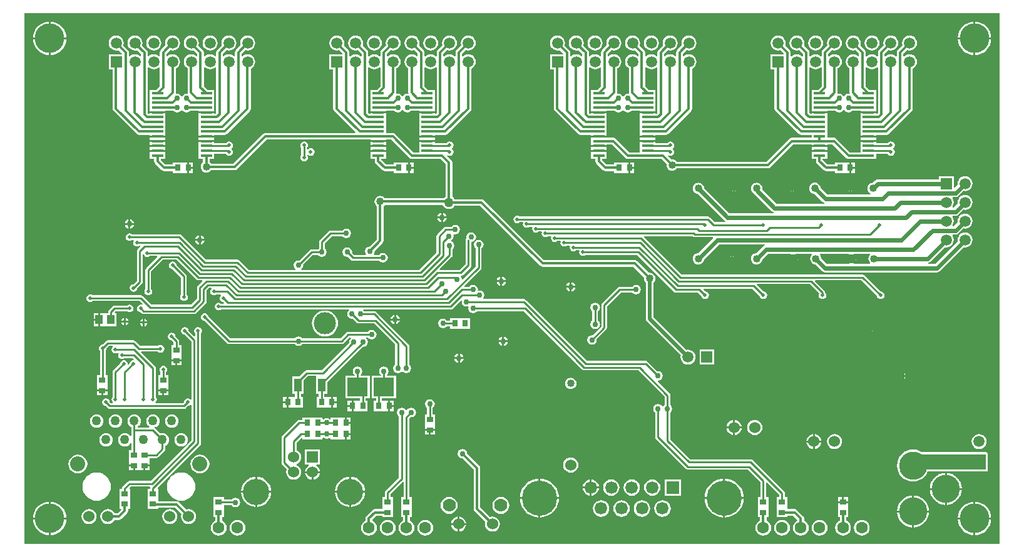
<source format=gbl>
%FSLAX43Y43*%
%MOMM*%
%SFA1B1*%

%IPPOS*%
%ADD10R,0.799998X0.899998*%
%ADD11R,0.899998X0.799998*%
%ADD28C,0.253999*%
%ADD29C,0.380999*%
%ADD30C,0.634999*%
%ADD31C,0.507999*%
%ADD54R,2.285995X2.285995*%
%ADD56R,1.269997X1.269997*%
%ADD58C,0.507999*%
%ADD59C,0.761998*%
%ADD60C,3.999992*%
%ADD61R,1.499997X1.499997*%
%ADD62C,1.499997*%
%ADD63C,1.523997*%
%ADD64C,1.777996*%
%ADD65C,1.269997*%
%ADD66C,2.031996*%
%ADD67R,1.523997X1.523997*%
%ADD68C,3.555993*%
%ADD69C,1.599997*%
%ADD70C,1.689997*%
%ADD71R,1.689997X1.689997*%
%ADD72C,4.759990*%
%ADD73C,3.809992*%
%ADD74C,2.999994*%
%ADD75R,1.499997X1.499997*%
%ADD76C,1.015998*%
%ADD77R,1.599997X0.399999*%
%ADD78R,2.793994X2.539995*%
%ADD79R,0.999998X1.799996*%
%ADD80R,0.999998X1.299997*%
%ADD81R,9.524981X2.158996*%
%ADD82R,3.682993X3.936992*%
%ADD83R,2.285995X2.539995*%
%ADD84R,2.285995X2.158996*%
%LNlp_led_cube_8x8x8-1*%
%LPD*%
G36*
X161409Y42932D02*
X29470D01*
Y114800*
X161409*
Y42932*
G37*
%LNlp_led_cube_8x8x8-2*%
%LPC*%
G36*
X73616Y60012D02*
X73089D01*
Y59435*
X73616*
Y60012*
G37*
G36*
X84327Y62495D02*
X84079Y62446D01*
X83869Y62306*
X83729Y62096*
X83680Y61848*
X83729Y61600*
X83869Y61390*
X83939Y61344*
Y60408*
X83623*
Y59100*
Y59008*
Y58481*
X85031*
Y59008*
Y59100*
Y60408*
X84715*
Y61344*
X84785Y61390*
X84925Y61600*
X84974Y61848*
X84925Y62096*
X84785Y62306*
X84575Y62446*
X84327Y62495*
G37*
G36*
X78104Y66940D02*
X77856Y66891D01*
X77646Y66751*
X77506Y66541*
X77457Y66293*
X77506Y66045*
X77646Y65835*
X77716Y65789*
Y65658*
X76453*
Y62610*
X77016*
Y62298*
X76750*
Y60890*
X78058*
X78150*
X78677*
Y61594*
Y62298*
X78150*
X78058*
X77792*
Y62610*
X79755*
Y65658*
X78492*
Y65789*
X78562Y65835*
X78702Y66045*
X78751Y66293*
X78702Y66541*
X78562Y66751*
X78352Y66891*
X78104Y66940*
G37*
G36*
X73721Y61467D02*
X73194D01*
Y60890*
X73721*
Y61467*
G37*
G36*
X125602Y59681D02*
Y58800D01*
X126483*
X126465Y58938*
X126362Y59185*
X126200Y59398*
X125987Y59560*
X125740Y59663*
X125602Y59681*
G37*
G36*
X49402Y60459D02*
X49170Y60428D01*
X48954Y60339*
X48768Y60196*
X48625Y60010*
X48536Y59794*
X48505Y59562*
X48536Y59330*
X48625Y59114*
X48768Y58928*
X48954Y58785*
X49170Y58696*
X49402Y58665*
X49634Y58696*
X49850Y58785*
X50036Y58928*
X50179Y59114*
X50268Y59330*
X50299Y59562*
X50268Y59794*
X50179Y60010*
X50036Y60196*
X49850Y60339*
X49634Y60428*
X49402Y60459*
G37*
G36*
X41782D02*
X41550Y60428D01*
X41334Y60339*
X41148Y60196*
X41005Y60010*
X40916Y59794*
X40885Y59562*
X40916Y59330*
X41005Y59114*
X41148Y58928*
X41334Y58785*
X41550Y58696*
X41782Y58665*
X42014Y58696*
X42230Y58785*
X42416Y58928*
X42559Y59114*
X42648Y59330*
X42679Y59562*
X42648Y59794*
X42559Y60010*
X42416Y60196*
X42230Y60339*
X42014Y60428*
X41782Y60459*
G37*
G36*
X125348Y59681D02*
X125210Y59663D01*
X124963Y59560*
X124750Y59398*
X124588Y59185*
X124485Y58938*
X124467Y58800*
X125348*
Y59681*
G37*
G36*
X46862Y60459D02*
X46630Y60428D01*
X46414Y60339*
X46228Y60196*
X46085Y60010*
X45996Y59794*
X45965Y59562*
X45996Y59330*
X46085Y59114*
X46228Y58928*
X46394Y58801*
X46353Y58680*
X44831*
X44790Y58801*
X44956Y58928*
X45099Y59114*
X45188Y59330*
X45219Y59562*
X45188Y59794*
X45099Y60010*
X44956Y60196*
X44770Y60339*
X44554Y60428*
X44322Y60459*
X44090Y60428*
X43874Y60339*
X43688Y60196*
X43545Y60010*
X43456Y59794*
X43425Y59562*
X43456Y59330*
X43545Y59114*
X43688Y58928*
X43874Y58785*
X43934Y58761*
Y57531*
X43813Y57490*
X43686Y57656*
X43500Y57799*
X43284Y57888*
X43052Y57919*
X42820Y57888*
X42604Y57799*
X42418Y57656*
X42275Y57470*
X42186Y57254*
X42155Y57022*
X42186Y56790*
X42275Y56574*
X42418Y56388*
X42604Y56245*
X42820Y56156*
X43052Y56125*
X43284Y56156*
X43500Y56245*
X43686Y56388*
X43813Y56554*
X43934Y56513*
Y55582*
X43618*
Y54274*
Y54182*
Y53655*
X44322*
Y53528*
X44449*
Y52874*
X45592*
Y53528*
X45719*
Y53655*
X46423*
Y54182*
Y54274*
Y54540*
X47308*
X47457Y54569*
X47583Y54653*
X48407Y55477*
X48491Y55603*
X48520Y55752*
Y56221*
X48580Y56245*
X48766Y56388*
X48909Y56574*
X48998Y56790*
X49029Y57022*
X48998Y57254*
X48909Y57470*
X48766Y57656*
X48580Y57799*
X48364Y57888*
X48132Y57919*
X47900Y57888*
X47840Y57863*
X47137Y58567*
X47113Y58582*
X47125Y58709*
X47310Y58785*
X47496Y58928*
X47639Y59114*
X47728Y59330*
X47759Y59562*
X47728Y59794*
X47639Y60010*
X47496Y60196*
X47310Y60339*
X47094Y60428*
X46862Y60459*
G37*
G36*
X64958Y62806D02*
X64431D01*
Y62229*
X64958*
Y62806*
G37*
G36*
X79458Y62298D02*
X78931D01*
Y61721*
X79458*
Y62298*
G37*
G36*
X74548Y66940D02*
X74300Y66891D01*
X74090Y66751*
X73950Y66541*
X73901Y66293*
X73950Y66045*
X74090Y65835*
X74160Y65789*
Y65658*
X72897*
Y62610*
X74860*
Y62298*
X74594*
X74502*
X73975*
Y61594*
Y60890*
X74502*
X74594*
X75902*
Y62298*
X75636*
Y62610*
X76199*
Y65658*
X74936*
Y65789*
X75006Y65835*
X75146Y66045*
X75195Y66293*
X75146Y66541*
X75006Y66751*
X74796Y66891*
X74548Y66940*
G37*
G36*
X71711Y62806D02*
X71184D01*
Y62229*
X71711*
Y62806*
G37*
G36*
X73721Y62298D02*
X73194D01*
Y61721*
X73721*
Y62298*
G37*
G36*
X81787Y61352D02*
X81539Y61303D01*
X81329Y61163*
X81215Y60993*
X81089*
X80975Y61163*
X80765Y61303*
X80517Y61352*
X80269Y61303*
X80059Y61163*
X79919Y60953*
X79870Y60705*
X79919Y60457*
X80059Y60247*
X80129Y60201*
Y51914*
X78337Y50123*
X78253Y49997*
X78224Y49848*
Y49232*
X77908*
Y47924*
Y47832*
Y47631*
X76896*
X76723Y47597*
X76576Y47498*
X75752Y46674*
X75653Y46527*
X75619Y46354*
Y46037*
X75540Y46005*
X75320Y45836*
X75151Y45616*
X75045Y45359*
X75009Y45084*
X75045Y44809*
X75151Y44552*
X75320Y44332*
X75540Y44163*
X75797Y44057*
X76072Y44021*
X76347Y44057*
X76604Y44163*
X76824Y44332*
X76993Y44552*
X77099Y44809*
X77135Y45084*
X77099Y45359*
X76993Y45616*
X76824Y45836*
X76604Y46005*
X76525Y46037*
Y46166*
X77084Y46725*
X77908*
Y46524*
X79316*
Y47832*
Y47924*
Y49232*
X79000*
Y49687*
X80646Y51333*
X80764Y51284*
Y49232*
X80448*
Y47924*
Y47832*
Y46524*
X80699*
Y46037*
X80620Y46005*
X80400Y45836*
X80231Y45616*
X80125Y45359*
X80089Y45084*
X80125Y44809*
X80231Y44552*
X80400Y44332*
X80620Y44163*
X80877Y44057*
X81152Y44021*
X81427Y44057*
X81684Y44163*
X81904Y44332*
X82073Y44552*
X82179Y44809*
X82215Y45084*
X82179Y45359*
X82073Y45616*
X81904Y45836*
X81684Y46005*
X81605Y46037*
Y46524*
X81856*
Y47832*
Y47924*
Y49232*
X81540*
Y59909*
X81705Y60074*
X81787Y60058*
X82035Y60107*
X82245Y60247*
X82385Y60457*
X82434Y60705*
X82385Y60953*
X82245Y61163*
X82035Y61303*
X81787Y61352*
G37*
G36*
X79458Y61467D02*
X78931D01*
Y60890*
X79458*
Y61467*
G37*
G36*
X71711Y61975D02*
X71184D01*
Y61398*
X71711*
Y61975*
G37*
G36*
X64958D02*
X64431D01*
Y61398*
X64958*
Y61975*
G37*
G36*
X40512Y57919D02*
X40280Y57888D01*
X40064Y57799*
X39878Y57656*
X39735Y57470*
X39646Y57254*
X39615Y57022*
X39646Y56790*
X39735Y56574*
X39878Y56388*
X40064Y56245*
X40280Y56156*
X40512Y56125*
X40744Y56156*
X40960Y56245*
X41146Y56388*
X41289Y56574*
X41378Y56790*
X41409Y57022*
X41378Y57254*
X41289Y57470*
X41146Y57656*
X40960Y57799*
X40744Y57888*
X40512Y57919*
G37*
G36*
X137278Y56641D02*
X136397D01*
Y55760*
X136535Y55778*
X136782Y55881*
X136995Y56043*
X137157Y56256*
X137260Y56503*
X137278Y56641*
G37*
G36*
X136143Y57776D02*
X136005Y57758D01*
X135758Y57655*
X135545Y57493*
X135383Y57280*
X135280Y57033*
X135262Y56895*
X136143*
Y57776*
G37*
G36*
X50672Y57919D02*
X50440Y57888D01*
X50224Y57799*
X50038Y57656*
X49895Y57470*
X49806Y57254*
X49775Y57022*
X49806Y56790*
X49895Y56574*
X50038Y56388*
X50224Y56245*
X50440Y56156*
X50672Y56125*
X50904Y56156*
X51120Y56245*
X51306Y56388*
X51449Y56574*
X51538Y56790*
X51569Y57022*
X51538Y57254*
X51449Y57470*
X51306Y57656*
X51120Y57799*
X50904Y57888*
X50672Y57919*
G37*
G36*
X136143Y56641D02*
X135262D01*
X135280Y56503*
X135383Y56256*
X135545Y56043*
X135758Y55881*
X136005Y55778*
X136143Y55760*
Y56641*
G37*
G36*
X46423Y53401D02*
X45846D01*
Y52874*
X46423*
Y53401*
G37*
G36*
X44195D02*
X43618D01*
Y52874*
X44195*
Y53401*
G37*
G36*
X158622Y57781D02*
X158360Y57746D01*
X158116Y57645*
X157906Y57484*
X157745Y57274*
X157644Y57030*
X157609Y56768*
X157644Y56506*
X157745Y56262*
X157906Y56052*
X158116Y55891*
X158360Y55790*
X158622Y55755*
X158884Y55790*
X159128Y55891*
X159338Y56052*
X159499Y56262*
X159600Y56506*
X159635Y56768*
X159600Y57030*
X159499Y57274*
X159338Y57484*
X159128Y57645*
X158884Y57746*
X158622Y57781*
G37*
G36*
X139064Y57793D02*
X138799Y57758D01*
X138552Y57655*
X138339Y57493*
X138177Y57280*
X138074Y57033*
X138039Y56768*
X138074Y56503*
X138177Y56256*
X138339Y56043*
X138552Y55881*
X138799Y55778*
X139064Y55743*
X139329Y55778*
X139576Y55881*
X139789Y56043*
X139951Y56256*
X140054Y56503*
X140089Y56768*
X140054Y57033*
X139951Y57280*
X139789Y57493*
X139576Y57655*
X139329Y57758*
X139064Y57793*
G37*
G36*
X85031Y58227D02*
X84454D01*
Y57700*
X85031*
Y58227*
G37*
G36*
X84200D02*
X83623D01*
Y57700*
X84200*
Y58227*
G37*
G36*
X39242Y60459D02*
X39010Y60428D01*
X38794Y60339*
X38608Y60196*
X38465Y60010*
X38376Y59794*
X38345Y59562*
X38376Y59330*
X38465Y59114*
X38608Y58928*
X38794Y58785*
X39010Y58696*
X39242Y58665*
X39474Y58696*
X39690Y58785*
X39876Y58928*
X40019Y59114*
X40108Y59330*
X40139Y59562*
X40108Y59794*
X40019Y60010*
X39876Y60196*
X39690Y60339*
X39474Y60428*
X39242Y60459*
G37*
G36*
X68498Y60012D02*
X68427D01*
X68406*
X67098*
Y59696*
X66674*
X66525Y59667*
X66399Y59583*
X64367Y57551*
X64283Y57425*
X64254Y57276*
Y53910*
X64283Y53762*
X64367Y53636*
X64973Y53030*
X64922Y52906*
X64887Y52640*
X64922Y52375*
X65025Y52128*
X65187Y51916*
X65400Y51753*
X65647Y51651*
X65912Y51616*
X66177Y51651*
X66424Y51753*
X66637Y51916*
X66799Y52128*
X66902Y52375*
X66937Y52640*
X66902Y52906*
X66799Y53153*
X66637Y53365*
X66424Y53528*
X66267Y53593*
Y53720*
X66424Y53785*
X66637Y53948*
X66799Y54160*
X66902Y54407*
X66937Y54673*
X66902Y54938*
X66799Y55185*
X66637Y55397*
X66424Y55560*
X66300Y55611*
Y56607*
X66981Y57287*
X67098Y57239*
Y57080*
X68406*
X68498*
X69806*
Y57254*
X69918Y57314*
X70109Y57186*
X70357Y57137*
X70605Y57186*
X70796Y57314*
X70908Y57254*
Y57080*
X72216*
X72308*
X72835*
Y57784*
X72962*
Y57911*
X73616*
Y58488*
Y58604*
Y59181*
X72962*
Y59308*
X72835*
Y60012*
X72308*
X72216*
X70908*
Y59838*
X70796Y59778*
X70605Y59906*
X70357Y59955*
X70109Y59906*
X69918Y59778*
X69806Y59838*
Y60012*
X68498*
G37*
G36*
X126483Y58546D02*
X125602D01*
Y57665*
X125740Y57683*
X125987Y57786*
X126200Y57948*
X126362Y58161*
X126465Y58408*
X126483Y58546*
G37*
G36*
X73616Y57657D02*
X73089D01*
Y57080*
X73616*
Y57657*
G37*
G36*
X136397Y57776D02*
Y56895D01*
X137278*
X137260Y57033*
X137157Y57280*
X136995Y57493*
X136782Y57655*
X136535Y57758*
X136397Y57776*
G37*
G36*
X125348Y58546D02*
X124467D01*
X124485Y58408*
X124588Y58161*
X124750Y57948*
X124963Y57786*
X125210Y57683*
X125348Y57665*
Y58546*
G37*
G36*
X128269Y59698D02*
X128004Y59663D01*
X127757Y59560*
X127544Y59398*
X127382Y59185*
X127279Y58938*
X127244Y58673*
X127279Y58408*
X127382Y58161*
X127544Y57948*
X127757Y57786*
X128004Y57683*
X128269Y57648*
X128534Y57683*
X128781Y57786*
X128994Y57948*
X129156Y58161*
X129259Y58408*
X129294Y58673*
X129259Y58938*
X129156Y59185*
X128994Y59398*
X128781Y59560*
X128534Y59663*
X128269Y59698*
G37*
G36*
X94106Y70230D02*
X93611D01*
X93635Y70109*
X93775Y69899*
X93985Y69759*
X94106Y69735*
Y70230*
G37*
G36*
X145025Y70611D02*
X144144D01*
Y69730*
X144282Y69748*
X144529Y69851*
X144742Y70013*
X144904Y70226*
X145007Y70473*
X145025Y70611*
G37*
G36*
X94106Y70979D02*
X93985Y70955D01*
X93775Y70815*
X93635Y70605*
X93611Y70484*
X94106*
Y70979*
G37*
G36*
X94855Y70230D02*
X94360D01*
Y69735*
X94481Y69759*
X94691Y69899*
X94831Y70109*
X94855Y70230*
G37*
G36*
X143890Y70611D02*
X143009D01*
X143027Y70473*
X143130Y70226*
X143292Y70013*
X143505Y69851*
X143752Y69748*
X143890Y69730*
Y70611*
G37*
G36*
X135000Y69206D02*
X134862Y69188D01*
X134615Y69085*
X134402Y68923*
X134240Y68710*
X134137Y68463*
X134119Y68325*
X135000*
Y69206*
G37*
G36*
X88391Y68693D02*
Y68198D01*
X88886*
X88862Y68319*
X88722Y68529*
X88512Y68669*
X88391Y68693*
G37*
G36*
X49402Y71510D02*
X49204Y71471D01*
X49036Y71358*
X48923Y71190*
X48884Y70992*
X48923Y70794*
X49036Y70626*
X49204Y70513*
X49363Y70482*
X49649Y70196*
Y69806*
X49333*
Y68498*
Y68406*
Y67879*
X50741*
Y68406*
Y68498*
Y69806*
X50425*
Y70357*
X50396Y70506*
X50312Y70632*
X49912Y71031*
X49881Y71190*
X49768Y71358*
X49600Y71471*
X49402Y71510*
G37*
G36*
X135254Y69206D02*
Y68325D01*
X136135*
X136117Y68463*
X136014Y68710*
X135852Y68923*
X135639Y69085*
X135392Y69188*
X135254Y69206*
G37*
G36*
X64373Y72643D02*
X62750D01*
Y71020*
X62967Y71041*
X63297Y71142*
X63602Y71305*
X63869Y71524*
X64088Y71791*
X64251Y72096*
X64352Y72426*
X64373Y72643*
G37*
G36*
X62496D02*
X60873D01*
X60894Y72426*
X60995Y72096*
X61158Y71791*
X61377Y71524*
X61644Y71305*
X61949Y71142*
X62279Y71041*
X62496Y71020*
Y72643*
G37*
G36*
X106679Y75576D02*
X106431Y75527D01*
X106221Y75387*
X106081Y75177*
X106032Y74929*
X106081Y74681*
X106221Y74471*
X106291Y74425*
Y73147*
X106221Y73101*
X106081Y72891*
X106032Y72643*
X106081Y72395*
X106221Y72185*
X106431Y72045*
X106679Y71996*
X106927Y72045*
X107137Y72185*
X107277Y72395*
X107326Y72643*
X107277Y72891*
X107137Y73101*
X107067Y73147*
Y74425*
X107137Y74471*
X107277Y74681*
X107326Y74929*
X107277Y75177*
X107137Y75387*
X106927Y75527*
X106679Y75576*
G37*
G36*
X52958Y72272D02*
X52760Y72233D01*
X52592Y72120*
X52479Y71952*
X52440Y71754*
X52479Y71556*
X52570Y71421*
Y71080*
X52452Y71031*
X51690Y71793*
X51659Y71952*
X51546Y72120*
X51378Y72233*
X51180Y72272*
X50982Y72233*
X50814Y72120*
X50701Y71952*
X50662Y71754*
X50701Y71556*
X50814Y71388*
X50982Y71275*
X51141Y71244*
X52062Y70323*
Y62486*
X51940Y62449*
X51927Y62468*
X51759Y62581*
X51561Y62620*
X51363Y62581*
X51195Y62468*
X51082Y62300*
X51051Y62141*
X50892Y61982*
X47246*
X47209Y62104*
X47228Y62117*
X47341Y62285*
X47380Y62483*
X47341Y62681*
X47250Y62816*
Y66674*
X47221Y66823*
X47137Y66949*
X45250Y68835*
X45299Y68953*
X47545*
X47680Y68862*
X47878Y68823*
X48076Y68862*
X48244Y68975*
X48357Y69143*
X48396Y69341*
X48357Y69539*
X48244Y69707*
X48076Y69820*
X47878Y69859*
X47680Y69820*
X47545Y69729*
X45118*
X44470Y70378*
X44344Y70462*
X44195Y70491*
X40769*
X40620Y70462*
X40494Y70378*
X40030Y69913*
X39871Y69882*
X39703Y69769*
X39590Y69601*
X39551Y69403*
X39590Y69205*
X39681Y69070*
Y65742*
X39300*
Y64434*
Y64342*
Y63815*
X40708*
Y64342*
Y64434*
Y65742*
X40457*
Y69070*
X40548Y69205*
X40579Y69364*
X40930Y69715*
X41398*
X41435Y69593*
X41416Y69580*
X41303Y69412*
X41264Y69214*
X41303Y69016*
X41416Y68848*
X41584Y68735*
X41782Y68696*
X41980Y68735*
X42082Y68803*
X42205Y68772*
X42236Y68714*
X42194Y68650*
X42155Y68452*
X42194Y68254*
X42306Y68086*
X42474Y67973*
X42673Y67934*
X42871Y67973*
X43006Y68064*
X44161*
X44293Y67931*
X44233Y67819*
X44195Y67827*
X43997Y67788*
X43829Y67675*
X43716Y67507*
X43685Y67348*
X43547Y67211*
X43435Y67271*
X43443Y67309*
X43404Y67507*
X43291Y67675*
X43123Y67788*
X42925Y67827*
X42727Y67788*
X42559Y67675*
X42446Y67507*
X42415Y67348*
X41507Y66441*
X41423Y66315*
X41394Y66166*
Y62816*
X41303Y62681*
X41264Y62483*
X41303Y62285*
X41416Y62117*
X41435Y62104*
X41398Y61982*
X41181*
X41022Y62141*
X40991Y62300*
X40878Y62468*
X40710Y62581*
X40512Y62620*
X40314Y62581*
X40146Y62468*
X40033Y62300*
X39994Y62102*
X40033Y61904*
X40146Y61736*
X40314Y61623*
X40473Y61592*
X40745Y61319*
X40871Y61235*
X41020Y61206*
X51053*
X51202Y61235*
X51328Y61319*
X51600Y61592*
X51759Y61623*
X51927Y61736*
X51940Y61755*
X52062Y61718*
Y56929*
X46574Y51441*
X43687*
X43538Y51412*
X43412Y51328*
X42777Y50693*
X42693Y50567*
X42664Y50418*
Y50375*
X42348*
Y49067*
Y48975*
Y47667*
X42542*
X42591Y47550*
X42102Y47061*
X41678*
X41653Y47120*
X41491Y47333*
X41278Y47495*
X41031Y47598*
X40766Y47633*
X40501Y47598*
X40254Y47495*
X40041Y47333*
X39879Y47120*
X39776Y46873*
X39741Y46608*
X39776Y46343*
X39879Y46096*
X40041Y45883*
X40254Y45721*
X40501Y45618*
X40766Y45583*
X41031Y45618*
X41278Y45721*
X41491Y45883*
X41653Y46096*
X41678Y46155*
X42290*
X42463Y46189*
X42610Y46288*
X43372Y47050*
X43471Y47197*
X43505Y47370*
Y47667*
X43756*
Y48975*
Y49067*
Y50375*
X43724*
X43676Y50492*
X43848Y50665*
X46422*
X46503Y50567*
X46474Y50418*
Y50375*
X46158*
Y49067*
Y48975*
Y47667*
X47566*
Y47806*
X49849*
X50723Y46932*
X50698Y46873*
X50663Y46608*
X50698Y46343*
X50801Y46096*
X50963Y45883*
X51176Y45721*
X51423Y45618*
X51688Y45583*
X51953Y45618*
X52200Y45721*
X52413Y45883*
X52575Y46096*
X52678Y46343*
X52713Y46608*
X52678Y46873*
X52575Y47120*
X52413Y47333*
X52200Y47495*
X51953Y47598*
X51688Y47633*
X51423Y47598*
X51364Y47573*
X50357Y48579*
X50210Y48678*
X50037Y48712*
X47566*
Y48975*
Y49067*
Y50375*
X47534*
X47486Y50492*
X53233Y56239*
X53317Y56365*
X53346Y56514*
Y71421*
X53437Y71556*
X53476Y71754*
X53437Y71952*
X53324Y72120*
X53156Y72233*
X52958Y72272*
G37*
G36*
X70123Y74532D02*
X69779Y74499D01*
X69449Y74398*
X69144Y74235*
X68877Y74016*
X68658Y73749*
X68495Y73444*
X68394Y73114*
X68361Y72770*
X68394Y72426*
X68495Y72096*
X68658Y71791*
X68877Y71524*
X69144Y71305*
X69449Y71142*
X69779Y71041*
X70123Y71008*
X70467Y71041*
X70797Y71142*
X71102Y71305*
X71369Y71524*
X71588Y71791*
X71751Y72096*
X71852Y72426*
X71885Y72770*
X71852Y73114*
X71751Y73444*
X71588Y73749*
X71369Y74016*
X71102Y74235*
X70797Y74398*
X70467Y74499*
X70123Y74532*
G37*
G36*
X53847Y74177D02*
X53649Y74138D01*
X53481Y74025*
X53368Y73857*
X53329Y73659*
X53368Y73461*
X53481Y73293*
X53649Y73180*
X53808Y73149*
X56874Y70082*
X57000Y69998*
X57149Y69969*
X66043*
X66089Y69899*
X66299Y69759*
X66547Y69710*
X66795Y69759*
X67005Y69899*
X67051Y69969*
X72389*
X72538Y69998*
X72664Y70082*
X73440Y70858*
X73618*
X73655Y70737*
X73582Y70688*
X73442Y70478*
X73393Y70230*
X73404Y70172*
X69660Y66427*
X67662*
X67513Y66398*
X67387Y66314*
X66636Y65562*
X65717*
Y63254*
X66083*
Y62806*
X65831*
X65739*
X65212*
Y62102*
Y61398*
X65739*
X65831*
X67139*
Y62806*
X66859*
Y63254*
X67225*
Y65053*
X67823Y65651*
X68917*
Y65562*
Y63254*
X69283*
Y62806*
X69003*
Y61398*
X70311*
X70403*
X70930*
Y62102*
Y62806*
X70403*
X70311*
X70059*
Y63254*
X70425*
Y64796*
X75228Y69599*
X75310Y69583*
X75558Y69632*
X75768Y69772*
X75908Y69982*
X75957Y70230*
X75908Y70478*
X75768Y70688*
X75695Y70737*
X75732Y70858*
X75949*
X75995Y70789*
X76205Y70649*
X76453Y70599*
X76701Y70649*
X76911Y70789*
X77051Y70999*
X77100Y71247*
X77051Y71494*
X76911Y71704*
X76701Y71845*
X76453Y71894*
X76205Y71845*
X75995Y71704*
X75949Y71635*
X73279*
X73130Y71606*
X73004Y71521*
X72228Y70745*
X67051*
X67005Y70815*
X66795Y70955*
X66547Y71004*
X66299Y70955*
X66089Y70815*
X66043Y70745*
X57310*
X54357Y73698*
X54326Y73857*
X54213Y74025*
X54045Y74138*
X53847Y74177*
G37*
G36*
X94360Y70979D02*
Y70484D01*
X94855*
X94831Y70605*
X94691Y70815*
X94481Y70955*
X94360Y70979*
G37*
G36*
X144144Y71746D02*
Y70865D01*
X145025*
X145007Y71003*
X144904Y71250*
X144742Y71463*
X144529Y71625*
X144282Y71728*
X144144Y71746*
G37*
G36*
X143890D02*
X143752Y71728D01*
X143505Y71625*
X143292Y71463*
X143130Y71250*
X143027Y71003*
X143009Y70865*
X143890*
Y71746*
G37*
G36*
X147319Y65531D02*
X146310D01*
X146332Y65360*
X146448Y65082*
X146631Y64843*
X146870Y64660*
X147148Y64544*
X147319Y64522*
Y65531*
G37*
G36*
X48259Y67065D02*
X48061Y67026D01*
X47893Y66913*
X47780Y66745*
X47741Y66547*
X47780Y66349*
X47871Y66214*
Y65742*
X47555*
Y64434*
Y64342*
Y63815*
X48963*
Y64342*
Y64434*
Y65742*
X48647*
Y66214*
X48738Y66349*
X48777Y66547*
X48738Y66745*
X48625Y66913*
X48457Y67026*
X48259Y67065*
G37*
G36*
X147319Y66794D02*
X147148Y66772D01*
X146870Y66656*
X146631Y66473*
X146448Y66234*
X146332Y65956*
X146310Y65785*
X147319*
Y66794*
G37*
G36*
X148582Y65531D02*
X147573D01*
Y64522*
X147744Y64544*
X148022Y64660*
X148261Y64843*
X148444Y65082*
X148560Y65360*
X148582Y65531*
G37*
G36*
X103377Y65411D02*
X103178Y65384D01*
X102993Y65308*
X102834Y65185*
X102711Y65026*
X102635Y64841*
X102608Y64642*
X102635Y64443*
X102711Y64258*
X102834Y64099*
X102993Y63976*
X103178Y63900*
X103377Y63873*
X103576Y63900*
X103761Y63976*
X103920Y64099*
X104043Y64258*
X104119Y64443*
X104146Y64642*
X104119Y64841*
X104043Y65026*
X103920Y65185*
X103761Y65308*
X103576Y65384*
X103377Y65411*
G37*
G36*
X40708Y63561D02*
X40131D01*
Y63034*
X40708*
Y63561*
G37*
G36*
X39877D02*
X39300D01*
Y63034*
X39877*
Y63561*
G37*
G36*
X48963D02*
X48386D01*
Y63034*
X48963*
Y63561*
G37*
G36*
X48132D02*
X47555D01*
Y63034*
X48132*
Y63561*
G37*
G36*
X88137Y67944D02*
X87642D01*
X87666Y67823*
X87806Y67613*
X88016Y67473*
X88137Y67449*
Y67944*
G37*
G36*
X122796Y69202D02*
X120788D01*
Y67194*
X122796*
Y69202*
G37*
G36*
X88137Y68693D02*
X88016Y68669D01*
X87806Y68529*
X87666Y68319*
X87642Y68198*
X88137*
Y68693*
G37*
G36*
X88886Y67944D02*
X88391D01*
Y67449*
X88512Y67473*
X88722Y67613*
X88862Y67823*
X88886Y67944*
G37*
G36*
X136135Y68071D02*
X135254D01*
Y67190*
X135392Y67208*
X135639Y67311*
X135852Y67473*
X136014Y67686*
X136117Y67933*
X136135Y68071*
G37*
G36*
X49910Y67625D02*
X49333D01*
Y67098*
X49910*
Y67625*
G37*
G36*
X147573Y66794D02*
Y65785D01*
X148582*
X148560Y65956*
X148444Y66234*
X148261Y66473*
X148022Y66656*
X147744Y66772*
X147573Y66794*
G37*
G36*
X135000Y68071D02*
X134119D01*
X134137Y67933*
X134240Y67686*
X134402Y67473*
X134615Y67311*
X134862Y67208*
X135000Y67190*
Y68071*
G37*
G36*
X50741Y67625D02*
X50164D01*
Y67098*
X50741*
Y67625*
G37*
G36*
X101769Y48996D02*
X99264D01*
Y46491*
X99550Y46513*
X99953Y46610*
X100337Y46769*
X100690Y46985*
X101005Y47255*
X101275Y47570*
X101491Y47923*
X101650Y48307*
X101747Y48710*
X101769Y48996*
G37*
G36*
X99010D02*
X96505D01*
X96527Y48710*
X96624Y48307*
X96783Y47923*
X96999Y47570*
X97269Y47255*
X97584Y46985*
X97937Y46769*
X98321Y46610*
X98724Y46513*
X99010Y46491*
Y48996*
G37*
G36*
X126759D02*
X124254D01*
Y46491*
X124540Y46513*
X124943Y46610*
X125327Y46769*
X125680Y46985*
X125995Y47255*
X126265Y47570*
X126481Y47923*
X126640Y48307*
X126737Y48710*
X126759Y48996*
G37*
G36*
X124000D02*
X121495D01*
X121517Y48710*
X121614Y48307*
X121773Y47923*
X121989Y47570*
X122259Y47255*
X122574Y46985*
X122927Y46769*
X123311Y46610*
X123714Y46513*
X124000Y46491*
Y48996*
G37*
G36*
X158114Y48606D02*
Y46481D01*
X160239*
X160208Y46796*
X160080Y47221*
X159870Y47612*
X159589Y47956*
X159245Y48237*
X158854Y48446*
X158429Y48575*
X158114Y48606*
G37*
G36*
X32765D02*
X32450Y48575D01*
X32025Y48446*
X31634Y48237*
X31290Y47956*
X31009Y47612*
X30800Y47221*
X30671Y46796*
X30640Y46481*
X32765*
Y48606*
G37*
G36*
X88327Y46600D02*
Y45719D01*
X89209*
X89190Y45857*
X89088Y46104*
X88925Y46317*
X88713Y46479*
X88466Y46582*
X88327Y46600*
G37*
G36*
X157860Y48606D02*
X157545Y48575D01*
X157120Y48446*
X156729Y48237*
X156385Y47956*
X156104Y47612*
X155894Y47221*
X155766Y46796*
X155735Y46481*
X157860*
Y48606*
G37*
G36*
X33019D02*
Y46481D01*
X35144*
X35113Y46796*
X34985Y47221*
X34775Y47612*
X34494Y47956*
X34150Y48237*
X33759Y48446*
X33334Y48575*
X33019Y48606*
G37*
G36*
X149541Y49463D02*
X149245Y49434D01*
X148838Y49311*
X148463Y49110*
X148134Y48841*
X147865Y48512*
X147664Y48137*
X147541Y47730*
X147512Y47434*
X149541*
Y49463*
G37*
G36*
X93915Y49285D02*
X93617Y49246D01*
X93339Y49130*
X93100Y48947*
X92917Y48708*
X92802Y48430*
X92763Y48132*
X92802Y47834*
X92917Y47556*
X93100Y47317*
X93339Y47134*
X93617Y47018*
X93915Y46979*
X94214Y47018*
X94492Y47134*
X94731Y47317*
X94914Y47556*
X95029Y47834*
X95068Y48132*
X95029Y48430*
X94914Y48708*
X94731Y48947*
X94492Y49130*
X94214Y49246*
X93915Y49285*
G37*
G36*
X56456Y49232D02*
X55048D01*
Y47924*
Y47832*
Y46524*
X55299*
Y46037*
X55220Y46005*
X55000Y45836*
X54831Y45616*
X54725Y45359*
X54689Y45084*
X54725Y44809*
X54831Y44552*
X55000Y44332*
X55220Y44163*
X55477Y44057*
X55752Y44021*
X56027Y44057*
X56284Y44163*
X56504Y44332*
X56673Y44552*
X56779Y44809*
X56815Y45084*
X56779Y45359*
X56673Y45616*
X56504Y45836*
X56284Y46005*
X56205Y46037*
Y46524*
X56456*
Y47832*
Y47924*
Y48190*
X57490*
X57580Y48055*
X57790Y47915*
X58038Y47866*
X58286Y47915*
X58496Y48055*
X58636Y48265*
X58685Y48513*
X58636Y48761*
X58496Y48971*
X58286Y49111*
X58038Y49160*
X57790Y49111*
X57580Y48971*
X57577Y48966*
X56456*
Y49232*
G37*
G36*
X149795Y49463D02*
Y47434D01*
X151825*
X151796Y47730*
X151673Y48137*
X151472Y48512*
X151203Y48841*
X150874Y49110*
X150499Y49311*
X150092Y49434*
X149795Y49463*
G37*
G36*
X86931Y49285D02*
X86632Y49246D01*
X86354Y49130*
X86115Y48947*
X85932Y48708*
X85817Y48430*
X85778Y48132*
X85817Y47834*
X85932Y47556*
X86115Y47317*
X86354Y47134*
X86632Y47018*
X86931Y46979*
X87229Y47018*
X87507Y47134*
X87746Y47317*
X87929Y47556*
X88044Y47834*
X88083Y48132*
X88044Y48430*
X87929Y48708*
X87746Y48947*
X87507Y49130*
X87229Y49246*
X86931Y49285*
G37*
G36*
X110247Y48811D02*
X109960Y48774D01*
X109693Y48663*
X109463Y48487*
X109287Y48257*
X109176Y47990*
X109139Y47703*
X109176Y47416*
X109287Y47149*
X109463Y46919*
X109693Y46743*
X109960Y46632*
X110247Y46595*
X110534Y46632*
X110801Y46743*
X111031Y46919*
X111207Y47149*
X111318Y47416*
X111355Y47703*
X111318Y47990*
X111207Y48257*
X111031Y48487*
X110801Y48663*
X110534Y48774*
X110247Y48811*
G37*
G36*
X107477D02*
X107190Y48774D01*
X106923Y48663*
X106693Y48487*
X106517Y48257*
X106406Y47990*
X106369Y47703*
X106406Y47416*
X106517Y47149*
X106693Y46919*
X106923Y46743*
X107190Y46632*
X107477Y46595*
X107764Y46632*
X108031Y46743*
X108261Y46919*
X108437Y47149*
X108548Y47416*
X108585Y47703*
X108548Y47990*
X108437Y48257*
X108261Y48487*
X108031Y48663*
X107764Y48774*
X107477Y48811*
G37*
G36*
X115787D02*
X115500Y48774D01*
X115233Y48663*
X115003Y48487*
X114827Y48257*
X114716Y47990*
X114679Y47703*
X114716Y47416*
X114827Y47149*
X115003Y46919*
X115233Y46743*
X115500Y46632*
X115787Y46595*
X116074Y46632*
X116341Y46743*
X116571Y46919*
X116747Y47149*
X116858Y47416*
X116895Y47703*
X116858Y47990*
X116747Y48257*
X116571Y48487*
X116341Y48663*
X116074Y48774*
X115787Y48811*
G37*
G36*
X113017D02*
X112730Y48774D01*
X112463Y48663*
X112233Y48487*
X112057Y48257*
X111946Y47990*
X111909Y47703*
X111946Y47416*
X112057Y47149*
X112233Y46919*
X112463Y46743*
X112730Y46632*
X113017Y46595*
X113304Y46632*
X113571Y46743*
X113801Y46919*
X113977Y47149*
X114088Y47416*
X114125Y47703*
X114088Y47990*
X113977Y48257*
X113801Y48487*
X113571Y48663*
X113304Y48774*
X113017Y48811*
G37*
G36*
X32765Y46227D02*
X30640D01*
X30671Y45912*
X30800Y45487*
X31009Y45096*
X31290Y44752*
X31634Y44471*
X32025Y44262*
X32450Y44133*
X32765Y44102*
Y46227*
G37*
G36*
X142747Y46147D02*
X142472Y46111D01*
X142215Y46005*
X141995Y45836*
X141826Y45616*
X141720Y45359*
X141684Y45084*
X141720Y44809*
X141826Y44552*
X141995Y44332*
X142215Y44163*
X142472Y44057*
X142747Y44021*
X143022Y44057*
X143279Y44163*
X143499Y44332*
X143668Y44552*
X143774Y44809*
X143810Y45084*
X143774Y45359*
X143668Y45616*
X143499Y45836*
X143279Y46005*
X143022Y46111*
X142747Y46147*
G37*
G36*
X157860Y46227D02*
X155735D01*
X155766Y45912*
X155894Y45487*
X156104Y45096*
X156385Y44752*
X156729Y44471*
X157120Y44262*
X157545Y44133*
X157860Y44102*
Y46227*
G37*
G36*
X35144D02*
X33019D01*
Y44102*
X33334Y44133*
X33759Y44262*
X34150Y44471*
X34494Y44752*
X34775Y45096*
X34985Y45487*
X35113Y45912*
X35144Y46227*
G37*
G36*
X137032Y46147D02*
X136757Y46111D01*
X136500Y46005*
X136280Y45836*
X136111Y45616*
X136005Y45359*
X135969Y45084*
X136005Y44809*
X136111Y44552*
X136280Y44332*
X136500Y44163*
X136757Y44057*
X137032Y44021*
X137307Y44057*
X137564Y44163*
X137784Y44332*
X137953Y44552*
X138059Y44809*
X138095Y45084*
X138059Y45359*
X137953Y45616*
X137784Y45836*
X137564Y46005*
X137307Y46111*
X137032Y46147*
G37*
G36*
X78612D02*
X78337Y46111D01*
X78080Y46005*
X77860Y45836*
X77691Y45616*
X77585Y45359*
X77549Y45084*
X77585Y44809*
X77691Y44552*
X77860Y44332*
X78080Y44163*
X78337Y44057*
X78612Y44021*
X78887Y44057*
X79144Y44163*
X79364Y44332*
X79533Y44552*
X79639Y44809*
X79675Y45084*
X79639Y45359*
X79533Y45616*
X79364Y45836*
X79144Y46005*
X78887Y46111*
X78612Y46147*
G37*
G36*
X58292D02*
X58017Y46111D01*
X57760Y46005*
X57540Y45836*
X57371Y45616*
X57265Y45359*
X57229Y45084*
X57265Y44809*
X57371Y44552*
X57540Y44332*
X57760Y44163*
X58017Y44057*
X58292Y44021*
X58567Y44057*
X58824Y44163*
X59044Y44332*
X59213Y44552*
X59319Y44809*
X59355Y45084*
X59319Y45359*
X59213Y45616*
X59044Y45836*
X58824Y46005*
X58567Y46111*
X58292Y46147*
G37*
G36*
X131952D02*
X131677Y46111D01*
X131420Y46005*
X131200Y45836*
X131031Y45616*
X130925Y45359*
X130889Y45084*
X130925Y44809*
X131031Y44552*
X131200Y44332*
X131420Y44163*
X131677Y44057*
X131952Y44021*
X132227Y44057*
X132484Y44163*
X132704Y44332*
X132873Y44552*
X132979Y44809*
X133015Y45084*
X132979Y45359*
X132873Y45616*
X132704Y45836*
X132484Y46005*
X132227Y46111*
X131952Y46147*
G37*
G36*
X83692D02*
X83417Y46111D01*
X83160Y46005*
X82940Y45836*
X82771Y45616*
X82665Y45359*
X82629Y45084*
X82665Y44809*
X82771Y44552*
X82940Y44332*
X83160Y44163*
X83417Y44057*
X83692Y44021*
X83967Y44057*
X84224Y44163*
X84444Y44332*
X84613Y44552*
X84719Y44809*
X84755Y45084*
X84719Y45359*
X84613Y45616*
X84444Y45836*
X84224Y46005*
X83967Y46111*
X83692Y46147*
G37*
G36*
X38226Y47633D02*
X37961Y47598D01*
X37714Y47495*
X37501Y47333*
X37339Y47120*
X37236Y46873*
X37201Y46608*
X37236Y46343*
X37339Y46096*
X37501Y45883*
X37714Y45721*
X37961Y45618*
X38226Y45583*
X38491Y45618*
X38738Y45721*
X38951Y45883*
X39113Y46096*
X39216Y46343*
X39251Y46608*
X39216Y46873*
X39113Y47120*
X38951Y47333*
X38738Y47495*
X38491Y47598*
X38226Y47633*
G37*
G36*
X151825Y47180D02*
X149795D01*
Y45150*
X150092Y45179*
X150499Y45302*
X150874Y45503*
X151203Y45772*
X151472Y46101*
X151673Y46476*
X151796Y46883*
X151825Y47180*
G37*
G36*
X88074Y46600D02*
X87935Y46582D01*
X87688Y46479*
X87476Y46317*
X87313Y46104*
X87211Y45857*
X87192Y45719*
X88074*
Y46600*
G37*
G36*
X49148Y47633D02*
X48883Y47598D01*
X48636Y47495*
X48423Y47333*
X48261Y47120*
X48158Y46873*
X48123Y46608*
X48158Y46343*
X48261Y46096*
X48423Y45883*
X48636Y45721*
X48883Y45618*
X49148Y45583*
X49413Y45618*
X49660Y45721*
X49873Y45883*
X50035Y46096*
X50138Y46343*
X50173Y46608*
X50138Y46873*
X50035Y47120*
X49873Y47333*
X49660Y47495*
X49413Y47598*
X49148Y47633*
G37*
G36*
X149541Y47180D02*
X147512D01*
X147541Y46883*
X147664Y46476*
X147865Y46101*
X148134Y45772*
X148463Y45503*
X148838Y45302*
X149245Y45179*
X149541Y45150*
Y47180*
G37*
G36*
X88725Y55764D02*
X88477Y55715D01*
X88267Y55575*
X88126Y55365*
X88077Y55117*
X88126Y54869*
X88267Y54659*
X88477Y54519*
X88725Y54470*
X88730Y54471*
X90224Y52977*
Y47687*
X90258Y47514*
X90357Y47367*
X91807Y45916*
X91783Y45857*
X91748Y45592*
X91783Y45327*
X91885Y45080*
X92048Y44867*
X92260Y44705*
X92507Y44602*
X92772Y44567*
X93038Y44602*
X93285Y44705*
X93497Y44867*
X93660Y45080*
X93762Y45327*
X93797Y45592*
X93762Y45857*
X93660Y46104*
X93497Y46317*
X93285Y46479*
X93038Y46582*
X92772Y46617*
X92507Y46582*
X92448Y46557*
X91130Y47875*
Y53165*
X91096Y53338*
X90997Y53485*
X89371Y55112*
X89372Y55117*
X89323Y55365*
X89182Y55575*
X88972Y55715*
X88725Y55764*
G37*
G36*
X160239Y46227D02*
X158114D01*
Y44102*
X158429Y44133*
X158854Y44262*
X159245Y44471*
X159589Y44752*
X159870Y45096*
X160080Y45487*
X160208Y45912*
X160239Y46227*
G37*
G36*
X89209Y45465D02*
X88327D01*
Y44584*
X88466Y44602*
X88713Y44705*
X88925Y44867*
X89088Y45080*
X89190Y45327*
X89209Y45465*
G37*
G36*
X88074D02*
X87192D01*
X87211Y45327*
X87313Y45080*
X87476Y44867*
X87688Y44705*
X87935Y44602*
X88074Y44584*
Y45465*
G37*
G36*
X73659Y52003D02*
Y50101D01*
X75561*
X75535Y50372*
X75418Y50755*
X75230Y51108*
X74976Y51417*
X74666Y51671*
X74313Y51860*
X73930Y51976*
X73659Y52003*
G37*
G36*
X73405D02*
X73134Y51976D01*
X72751Y51860*
X72398Y51671*
X72088Y51417*
X71834Y51108*
X71646Y50755*
X71529Y50372*
X71503Y50101*
X73405*
Y52003*
G37*
G36*
X154241Y52511D02*
Y50481D01*
X156270*
X156241Y50778*
X156118Y51185*
X155917Y51560*
X155648Y51889*
X155319Y52158*
X154944Y52359*
X154537Y52482*
X154241Y52511*
G37*
G36*
X153987D02*
X153690Y52482D01*
X153283Y52359*
X152908Y52158*
X152579Y51889*
X152310Y51560*
X152109Y51185*
X151986Y50778*
X151957Y50481*
X153987*
Y52511*
G37*
G36*
X60959Y52003D02*
Y50101D01*
X62861*
X62835Y50372*
X62718Y50755*
X62530Y51108*
X62276Y51417*
X61966Y51671*
X61613Y51860*
X61230Y51976*
X60959Y52003*
G37*
G36*
X105965Y50416D02*
X105000D01*
X105021Y50256*
X105132Y49989*
X105308Y49759*
X105538Y49583*
X105805Y49472*
X105965Y49451*
Y50416*
G37*
G36*
X118271Y51642D02*
X116073D01*
Y49444*
X118271*
Y51642*
G37*
G36*
X60705Y52003D02*
X60434Y51976D01*
X60051Y51860*
X59698Y51671*
X59388Y51417*
X59134Y51108*
X58946Y50755*
X58829Y50372*
X58803Y50101*
X60705*
Y52003*
G37*
G36*
X107184Y50416D02*
X106219D01*
Y49451*
X106379Y49472*
X106646Y49583*
X106876Y49759*
X107052Y49989*
X107163Y50256*
X107184Y50416*
G37*
G36*
X53212Y55001D02*
X52880Y54957D01*
X52572Y54829*
X52306Y54626*
X52103Y54360*
X51975Y54052*
X51931Y53720*
X51975Y53388*
X52103Y53080*
X52306Y52814*
X52572Y52611*
X52880Y52483*
X53212Y52439*
X53544Y52483*
X53852Y52611*
X54118Y52814*
X54321Y53080*
X54449Y53388*
X54493Y53720*
X54449Y54052*
X54321Y54360*
X54118Y54626*
X53852Y54829*
X53544Y54957*
X53212Y55001*
G37*
G36*
X36702D02*
X36370Y54957D01*
X36062Y54829*
X35796Y54626*
X35593Y54360*
X35465Y54052*
X35421Y53720*
X35465Y53388*
X35593Y53080*
X35796Y52814*
X36062Y52611*
X36370Y52483*
X36702Y52439*
X37034Y52483*
X37342Y52611*
X37608Y52814*
X37811Y53080*
X37939Y53388*
X37983Y53720*
X37939Y54052*
X37811Y54360*
X37608Y54626*
X37342Y54829*
X37034Y54957*
X36702Y55001*
G37*
G36*
X69468Y55688D02*
X67436D01*
Y53657*
X67924*
X67949Y53532*
X67940Y53528*
X67727Y53365*
X67565Y53153*
X67462Y52906*
X67444Y52768*
X69460*
X69442Y52906*
X69339Y53153*
X69177Y53365*
X68964Y53528*
X68955Y53532*
X68980Y53657*
X69468*
Y55688*
G37*
G36*
X103377Y54618D02*
X103112Y54583D01*
X102865Y54480*
X102652Y54318*
X102490Y54105*
X102387Y53858*
X102352Y53593*
X102387Y53328*
X102490Y53081*
X102652Y52868*
X102865Y52706*
X103112Y52603*
X103377Y52568*
X103642Y52603*
X103889Y52706*
X104102Y52868*
X104264Y53081*
X104367Y53328*
X104402Y53593*
X104367Y53858*
X104264Y54105*
X104102Y54318*
X103889Y54480*
X103642Y54583*
X103377Y54618*
G37*
G36*
X69460Y52513D02*
X68579D01*
Y51632*
X68717Y51651*
X68964Y51753*
X69177Y51916*
X69339Y52128*
X69442Y52375*
X69460Y52513*
G37*
G36*
X106219Y51635D02*
Y50670D01*
X107184*
X107163Y50830*
X107052Y51097*
X106876Y51327*
X106646Y51503*
X106379Y51614*
X106219Y51635*
G37*
G36*
X105965D02*
X105805Y51614D01*
X105538Y51503*
X105308Y51327*
X105132Y51097*
X105021Y50830*
X105000Y50670*
X105965*
Y51635*
G37*
G36*
X68325Y52513D02*
X67444D01*
X67462Y52375*
X67565Y52128*
X67727Y51916*
X67940Y51753*
X68187Y51651*
X68325Y51632*
Y52513*
G37*
G36*
X149668Y55699D02*
X149245Y55657D01*
X148838Y55534*
X148463Y55333*
X148134Y55064*
X147865Y54735*
X147664Y54360*
X147541Y53953*
X147499Y53529*
X147541Y53106*
X147664Y52699*
X147865Y52324*
X148134Y51995*
X148463Y51726*
X148838Y51525*
X149245Y51402*
X149668Y51360*
X150092Y51402*
X150499Y51525*
X150874Y51726*
X151203Y51995*
X151472Y52324*
X151673Y52699*
X159511*
X159610Y52719*
X159694Y52775*
X159750Y52859*
X159770Y52958*
Y55117*
X159750Y55216*
X159694Y55300*
X159610Y55356*
X159511Y55376*
X150794*
X150499Y55534*
X150092Y55657*
X149668Y55699*
G37*
G36*
X156270Y50228D02*
X154241D01*
Y48198*
X154537Y48227*
X154944Y48350*
X155319Y48551*
X155648Y48820*
X155917Y49149*
X156118Y49524*
X156241Y49931*
X156270Y50228*
G37*
G36*
X153987D02*
X151957D01*
X151986Y49931*
X152109Y49524*
X152310Y49149*
X152579Y48820*
X152908Y48551*
X153283Y48350*
X153690Y48227*
X153987Y48198*
Y50228*
G37*
G36*
X140911Y49232D02*
X140334D01*
Y48705*
X140911*
Y49232*
G37*
G36*
X140080D02*
X139503D01*
Y48705*
X140080*
Y49232*
G37*
G36*
X75561Y49846D02*
X73659D01*
Y47944*
X73930Y47971*
X74313Y48087*
X74666Y48276*
X74976Y48530*
X75230Y48839*
X75418Y49192*
X75535Y49575*
X75561Y49846*
G37*
G36*
X60705D02*
X58803D01*
X58829Y49575*
X58946Y49192*
X59134Y48839*
X59388Y48530*
X59698Y48276*
X60051Y48087*
X60434Y47971*
X60705Y47944*
Y49846*
G37*
G36*
X140911Y48451D02*
X139503D01*
Y47924*
Y47832*
Y46524*
X139754*
Y46037*
X139675Y46005*
X139455Y45836*
X139286Y45616*
X139180Y45359*
X139144Y45084*
X139180Y44809*
X139286Y44552*
X139455Y44332*
X139675Y44163*
X139932Y44057*
X140207Y44021*
X140482Y44057*
X140739Y44163*
X140959Y44332*
X141128Y44552*
X141234Y44809*
X141270Y45084*
X141234Y45359*
X141128Y45616*
X140959Y45836*
X140739Y46005*
X140660Y46037*
Y46524*
X140911*
Y47832*
Y47924*
Y48451*
G37*
G36*
X73405Y49846D02*
X71503D01*
X71529Y49575*
X71646Y49192*
X71834Y48839*
X72088Y48530*
X72398Y48276*
X72751Y48087*
X73134Y47971*
X73405Y47944*
Y49846*
G37*
G36*
X62861D02*
X60959D01*
Y47944*
X61230Y47971*
X61613Y48087*
X61966Y48276*
X62276Y48530*
X62530Y48839*
X62718Y49192*
X62835Y49575*
X62861Y49846*
G37*
G36*
X108862Y51651D02*
X108575Y51614D01*
X108308Y51503*
X108078Y51327*
X107902Y51097*
X107791Y50830*
X107754Y50543*
X107791Y50256*
X107902Y49989*
X108078Y49759*
X108308Y49583*
X108575Y49472*
X108862Y49435*
X109149Y49472*
X109416Y49583*
X109646Y49759*
X109822Y49989*
X109933Y50256*
X109970Y50543*
X109933Y50830*
X109822Y51097*
X109646Y51327*
X109416Y51503*
X109149Y51614*
X108862Y51651*
G37*
G36*
X124254Y51755D02*
Y49250D01*
X126759*
X126737Y49536*
X126640Y49939*
X126481Y50323*
X126265Y50676*
X125995Y50991*
X125680Y51261*
X125327Y51477*
X124943Y51636*
X124540Y51733*
X124254Y51755*
G37*
G36*
X114402Y51651D02*
X114115Y51614D01*
X113848Y51503*
X113618Y51327*
X113442Y51097*
X113331Y50830*
X113294Y50543*
X113331Y50256*
X113442Y49989*
X113618Y49759*
X113848Y49583*
X114115Y49472*
X114402Y49435*
X114689Y49472*
X114956Y49583*
X115186Y49759*
X115362Y49989*
X115473Y50256*
X115510Y50543*
X115473Y50830*
X115362Y51097*
X115186Y51327*
X114956Y51503*
X114689Y51614*
X114402Y51651*
G37*
G36*
X111632D02*
X111345Y51614D01*
X111078Y51503*
X110848Y51327*
X110672Y51097*
X110561Y50830*
X110524Y50543*
X110561Y50256*
X110672Y49989*
X110848Y49759*
X111078Y49583*
X111345Y49472*
X111632Y49435*
X111919Y49472*
X112186Y49583*
X112416Y49759*
X112592Y49989*
X112703Y50256*
X112740Y50543*
X112703Y50830*
X112592Y51097*
X112416Y51327*
X112186Y51503*
X111919Y51614*
X111632Y51651*
G37*
G36*
X124000Y51755D02*
X123714Y51733D01*
X123311Y51636*
X122927Y51477*
X122574Y51261*
X122259Y50991*
X121989Y50676*
X121773Y50323*
X121614Y49939*
X121517Y49536*
X121495Y49250*
X124000*
Y51755*
G37*
G36*
X50672Y52586D02*
X50299Y52549D01*
X49939Y52441*
X49609Y52264*
X49318Y52026*
X49080Y51735*
X48903Y51405*
X48795Y51045*
X48758Y50672*
X48795Y50299*
X48903Y49939*
X49080Y49609*
X49318Y49318*
X49609Y49080*
X49939Y48903*
X50299Y48795*
X50672Y48758*
X51045Y48795*
X51405Y48903*
X51735Y49080*
X52026Y49318*
X52264Y49609*
X52441Y49939*
X52549Y50299*
X52586Y50672*
X52549Y51045*
X52441Y51405*
X52264Y51735*
X52026Y52026*
X51735Y52264*
X51405Y52441*
X51045Y52549*
X50672Y52586*
G37*
G36*
X39242D02*
X38869Y52549D01*
X38509Y52441*
X38179Y52264*
X37888Y52026*
X37650Y51735*
X37473Y51405*
X37365Y51045*
X37328Y50672*
X37365Y50299*
X37473Y49939*
X37650Y49609*
X37888Y49318*
X38179Y49080*
X38509Y48903*
X38869Y48795*
X39242Y48758*
X39615Y48795*
X39975Y48903*
X40305Y49080*
X40596Y49318*
X40834Y49609*
X41011Y49939*
X41119Y50299*
X41156Y50672*
X41119Y51045*
X41011Y51405*
X40834Y51735*
X40596Y52026*
X40305Y52264*
X39975Y52441*
X39615Y52549*
X39242Y52586*
G37*
G36*
X99264Y51755D02*
Y49250D01*
X101769*
X101747Y49536*
X101650Y49939*
X101491Y50323*
X101275Y50676*
X101005Y50991*
X100690Y51261*
X100337Y51477*
X99953Y51636*
X99550Y51733*
X99264Y51755*
G37*
G36*
X99010D02*
X98724Y51733D01*
X98321Y51636*
X97937Y51477*
X97584Y51261*
X97269Y50991*
X96999Y50676*
X96783Y50323*
X96624Y49939*
X96527Y49536*
X96505Y49250*
X99010*
Y51755*
G37*
G36*
X50672Y99186D02*
X49791D01*
X49809Y99048*
X49912Y98801*
X50074Y98588*
X50287Y98426*
X50534Y98323*
X50672Y98305*
Y99186*
G37*
G36*
X144686Y97976D02*
X142578D01*
Y97649*
Y97580*
X144686*
Y97649*
Y97976*
G37*
G36*
X110362Y99186D02*
X109481D01*
X109499Y99048*
X109602Y98801*
X109764Y98588*
X109977Y98426*
X110224Y98323*
X110362Y98305*
Y99186*
G37*
G36*
X51807D02*
X50926D01*
Y98305*
X51064Y98323*
X51311Y98426*
X51524Y98588*
X51686Y98801*
X51789Y99048*
X51807Y99186*
G37*
G36*
X114841Y97976D02*
X112733D01*
Y97649*
Y97580*
X114841*
Y97649*
Y97976*
G37*
G36*
X48551D02*
X46443D01*
Y97649*
Y97580*
X48551*
Y97649*
Y97976*
G37*
G36*
X78396Y97326D02*
X76288D01*
Y96999*
Y96930*
X78396*
Y96999*
Y97326*
G37*
G36*
X84996Y97976D02*
X82888D01*
Y97649*
Y97580*
X84996*
Y97649*
Y97976*
G37*
G36*
X55151D02*
X53043D01*
Y97649*
Y97580*
X55151*
Y97649*
Y97976*
G37*
G36*
X50926Y100321D02*
Y99440D01*
X51807*
X51789Y99578*
X51686Y99825*
X51524Y100038*
X51311Y100200*
X51064Y100303*
X50926Y100321*
G37*
G36*
X50672D02*
X50534Y100303D01*
X50287Y100200*
X50074Y100038*
X49912Y99825*
X49809Y99578*
X49791Y99440*
X50672*
Y100321*
G37*
G36*
X110616D02*
Y99440D01*
X111497*
X111479Y99578*
X111376Y99825*
X111214Y100038*
X111001Y100200*
X110754Y100303*
X110616Y100321*
G37*
G36*
X110362D02*
X110224Y100303D01*
X109977Y100200*
X109764Y100038*
X109602Y99825*
X109499Y99578*
X109481Y99440*
X110362*
Y100321*
G37*
G36*
X141342Y99821D02*
X140461D01*
Y98940*
X140599Y98958*
X140846Y99061*
X141059Y99223*
X141221Y99436*
X141324Y99683*
X141342Y99821*
G37*
G36*
X80517D02*
X79636D01*
X79654Y99683*
X79757Y99436*
X79919Y99223*
X80132Y99061*
X80379Y98958*
X80517Y98940*
Y99821*
G37*
G36*
X111497Y99186D02*
X110616D01*
Y98305*
X110754Y98323*
X111001Y98426*
X111214Y98588*
X111376Y98801*
X111479Y99048*
X111497Y99186*
G37*
G36*
X140207Y99821D02*
X139326D01*
X139344Y99683*
X139447Y99436*
X139609Y99223*
X139822Y99061*
X140069Y98958*
X140207Y98940*
Y99821*
G37*
G36*
X81652D02*
X80771D01*
Y98940*
X80909Y98958*
X81156Y99061*
X81369Y99223*
X81531Y99436*
X81634Y99683*
X81652Y99821*
G37*
G36*
X111970Y93725D02*
X111443D01*
Y93148*
X111970*
Y93725*
G37*
G36*
X138086Y96026D02*
X135978D01*
Y95699*
Y95049*
X136553*
Y94741*
X136588Y94568*
X136686Y94421*
X137575Y93532*
X137722Y93433*
X137896Y93399*
X139107*
Y93148*
X140415*
X140507*
X141034*
Y93852*
Y94556*
X140507*
X140415*
X139107*
Y94305*
X138083*
X137460Y94929*
Y95049*
X138086*
Y95699*
Y96026*
G37*
G36*
X52280Y94556D02*
X51753D01*
Y93979*
X52280*
Y94556*
G37*
G36*
X141815Y93725D02*
X141288D01*
Y93148*
X141815*
Y93725*
G37*
G36*
X108241Y96026D02*
X106133D01*
Y95699*
Y95049*
X106708*
Y94741*
X106743Y94568*
X106841Y94421*
X107730Y93532*
X107877Y93433*
X108051Y93399*
X109262*
Y93148*
X110570*
X110662*
X111189*
Y93852*
Y94556*
X110662*
X110570*
X109262*
Y94305*
X108238*
X107615Y94929*
Y95049*
X108241*
Y95699*
Y96026*
G37*
G36*
X78396D02*
X76288D01*
Y95699*
Y95049*
X76863*
Y94741*
X76898Y94568*
X76996Y94421*
X77885Y93532*
X78032Y93433*
X78206Y93399*
X79417*
Y93148*
X80725*
X80817*
X81344*
Y93852*
Y94556*
X80817*
X80725*
X79417*
Y94305*
X78393*
X77770Y94929*
Y95049*
X78396*
Y95699*
Y96026*
G37*
G36*
X48551D02*
X46443D01*
Y95699*
Y95049*
X47018*
Y94741*
X47053Y94568*
X47151Y94421*
X48040Y93532*
X48187Y93433*
X48361Y93399*
X49572*
Y93148*
X50880*
X50972*
X51499*
Y93852*
Y94556*
X50972*
X50880*
X49572*
Y94305*
X48548*
X47925Y94929*
Y95049*
X48551*
Y95699*
Y96026*
G37*
G36*
X82125Y93725D02*
X81598D01*
Y93148*
X82125*
Y93725*
G37*
G36*
X52280D02*
X51753D01*
Y93148*
X52280*
Y93725*
G37*
G36*
X108241Y96676D02*
X106133D01*
Y96349*
Y96280*
X108241*
Y96349*
Y96676*
G37*
G36*
X78396D02*
X76288D01*
Y96349*
Y96280*
X78396*
Y96349*
Y96676*
G37*
G36*
X48551Y97326D02*
X46443D01*
Y96999*
Y96930*
X48551*
Y96999*
Y97326*
G37*
G36*
X138086Y96676D02*
X135978D01*
Y96349*
Y96280*
X138086*
Y96349*
Y96676*
G37*
G36*
X48551D02*
X46443D01*
Y96349*
Y96280*
X48551*
Y96349*
Y96676*
G37*
G36*
X111970Y94556D02*
X111443D01*
Y93979*
X111970*
Y94556*
G37*
G36*
X82125D02*
X81598D01*
Y93979*
X82125*
Y94556*
G37*
G36*
X67309Y97418D02*
X67111Y97379D01*
X66943Y97266*
X66830Y97098*
X66791Y96900*
X66830Y96702*
X66921Y96567*
Y95582*
X66830Y95447*
X66791Y95249*
X66830Y95051*
X66943Y94883*
X67111Y94770*
X67309Y94731*
X67507Y94770*
X67675Y94883*
X67788Y95051*
X67827Y95249*
X67788Y95447*
X67732Y95531*
X67774Y95650*
X67819Y95664*
X67832Y95645*
X68000Y95532*
X68198Y95493*
X68396Y95532*
X68564Y95645*
X68677Y95813*
X68716Y96011*
X68677Y96209*
X68564Y96377*
X68396Y96490*
X68198Y96529*
X68000Y96490*
X67832Y96377*
X67819Y96358*
X67697Y96395*
Y96567*
X67788Y96702*
X67827Y96900*
X67788Y97098*
X67675Y97266*
X67507Y97379*
X67309Y97418*
G37*
G36*
X141815Y94556D02*
X141288D01*
Y93979*
X141815*
Y94556*
G37*
G36*
X84429Y111756D02*
X84167Y111721D01*
X83922Y111620*
X83713Y111459*
X83552Y111249*
X83450Y111005*
X83416Y110743*
X83450Y110481*
X83552Y110237*
X83713Y110027*
X83922Y109866*
X84167Y109765*
X84429Y109730*
X84691Y109765*
X84935Y109866*
X85145Y110027*
X85306Y110237*
X85407Y110481*
X85441Y110743*
X85407Y111005*
X85306Y111249*
X85145Y111459*
X84935Y111620*
X84691Y111721*
X84429Y111756*
G37*
G36*
X76809D02*
X76547Y111721D01*
X76302Y111620*
X76093Y111459*
X75932Y111249*
X75830Y111005*
X75796Y110743*
X75830Y110481*
X75932Y110237*
X76093Y110027*
X76302Y109866*
X76547Y109765*
X76809Y109730*
X77071Y109765*
X77315Y109866*
X77525Y110027*
X77686Y110237*
X77787Y110481*
X77821Y110743*
X77787Y111005*
X77686Y111249*
X77525Y111459*
X77315Y111620*
X77071Y111721*
X76809Y111756*
G37*
G36*
X106654D02*
X106392Y111721D01*
X106147Y111620*
X105938Y111459*
X105777Y111249*
X105675Y111005*
X105641Y110743*
X105675Y110481*
X105777Y110237*
X105938Y110027*
X106147Y109866*
X106392Y109765*
X106654Y109730*
X106916Y109765*
X107160Y109866*
X107370Y110027*
X107531Y110237*
X107632Y110481*
X107666Y110743*
X107632Y111005*
X107531Y111249*
X107370Y111459*
X107160Y111620*
X106916Y111721*
X106654Y111756*
G37*
G36*
X89509D02*
X89246Y111721D01*
X89002Y111620*
X88793Y111459*
X88632Y111249*
X88530Y111005*
X88496Y110743*
X88530Y110481*
X88545Y110446*
X87918Y109819*
X87820Y109672*
X87785Y109498*
Y108985*
X87671Y108929*
X87475Y109080*
X87231Y109181*
X86969Y109216*
X86706Y109181*
X86462Y109080*
X86266Y108929*
X86152Y108985*
Y109285*
X86653Y109787*
X86706Y109765*
X86969Y109730*
X87231Y109765*
X87475Y109866*
X87685Y110027*
X87846Y110237*
X87947Y110481*
X87981Y110743*
X87947Y111005*
X87846Y111249*
X87685Y111459*
X87475Y111620*
X87231Y111721*
X86969Y111756*
X86706Y111721*
X86462Y111620*
X86253Y111459*
X86092Y111249*
X85990Y111005*
X85956Y110743*
X85990Y110481*
X86012Y110428*
X85378Y109793*
X85280Y109646*
X85245Y109473*
Y108985*
X85131Y108929*
X84935Y109080*
X84691Y109181*
X84429Y109216*
X84167Y109181*
X83922Y109080*
X83713Y108919*
X83707Y108911*
X83586Y108952*
Y109473*
X83552Y109646*
X83503Y109720*
X83454Y109793*
X82837Y110410*
X82867Y110481*
X82901Y110743*
X82867Y111005*
X82766Y111249*
X82605Y111459*
X82395Y111620*
X82151Y111721*
X81889Y111756*
X81627Y111721*
X81382Y111620*
X81173Y111459*
X81012Y111249*
X80910Y111005*
X80876Y110743*
X80910Y110481*
X81012Y110237*
X81173Y110027*
X81382Y109866*
X81627Y109765*
X81889Y109730*
X82151Y109765*
X82186Y109779*
X82680Y109285*
Y109005*
X82566Y108949*
X82395Y109080*
X82151Y109181*
X81889Y109216*
X81627Y109181*
X81382Y109080*
X81173Y108919*
X81012Y108709*
X80910Y108465*
X80876Y108203*
X80910Y107941*
X81012Y107697*
X81173Y107487*
X81382Y107326*
X81410Y107315*
Y104037*
X81423Y103971*
X81333Y103882*
X81254Y103897*
X81006Y103848*
X80796Y103708*
X80682Y103538*
X80555*
X80441Y103708*
X80231Y103848*
X79984Y103897*
X79883Y103877*
X79793Y103967*
X79802Y104012*
Y107304*
X79855Y107326*
X80065Y107487*
X80226Y107697*
X80327Y107941*
X80361Y108203*
X80327Y108465*
X80226Y108709*
X80065Y108919*
X79855Y109080*
X79611Y109181*
X79349Y109216*
X79087Y109181*
X78842Y109080*
X78646Y108929*
X78532Y108985*
Y109311*
X79015Y109794*
X79087Y109765*
X79349Y109730*
X79611Y109765*
X79855Y109866*
X80065Y110027*
X80226Y110237*
X80327Y110481*
X80361Y110743*
X80327Y111005*
X80226Y111249*
X80065Y111459*
X79855Y111620*
X79611Y111721*
X79349Y111756*
X79087Y111721*
X78842Y111620*
X78633Y111459*
X78472Y111249*
X78370Y111005*
X78336Y110743*
X78370Y110481*
X78385Y110446*
X77758Y109819*
X77660Y109672*
X77625Y109498*
Y108985*
X77511Y108929*
X77315Y109080*
X77071Y109181*
X76809Y109216*
X76547Y109181*
X76302Y109080*
X76106Y108929*
X75992Y108985*
Y109448*
X75957Y109621*
X75859Y109768*
X75217Y110410*
X75247Y110481*
X75281Y110743*
X75247Y111005*
X75146Y111249*
X74985Y111459*
X74775Y111620*
X74531Y111721*
X74269Y111756*
X74006Y111721*
X73762Y111620*
X73553Y111459*
X73392Y111249*
X73290Y111005*
X73256Y110743*
X73290Y110481*
X73392Y110237*
X73553Y110027*
X73762Y109866*
X74006Y109765*
X74269Y109730*
X74531Y109765*
X74566Y109779*
X75085Y109260*
Y108985*
X74971Y108929*
X74775Y109080*
X74531Y109181*
X74269Y109216*
X74006Y109181*
X73762Y109080*
X73566Y108929*
X73452Y108985*
Y109473*
X73417Y109646*
X73368Y109720*
X73319Y109793*
X72685Y110428*
X72707Y110481*
X72741Y110743*
X72707Y111005*
X72606Y111249*
X72445Y111459*
X72235Y111620*
X71991Y111721*
X71729Y111756*
X71466Y111721*
X71222Y111620*
X71013Y111459*
X70852Y111249*
X70750Y111005*
X70716Y110743*
X70750Y110481*
X70852Y110237*
X71013Y110027*
X71222Y109866*
X71466Y109765*
X71729Y109730*
X71991Y109765*
X72044Y109787*
X72506Y109324*
X72458Y109207*
X70725*
Y107199*
X71250*
Y101878*
X71284Y101705*
X71383Y101558*
X74267Y98674*
X74219Y98556*
X62035*
X61862Y98522*
X61803Y98482*
X61715Y98423*
X57723Y94432*
X54714*
X54644Y94522*
X54550Y94595*
Y95049*
X55151*
Y95699*
Y95765*
X56703*
X56783Y95645*
X56951Y95532*
X57149Y95493*
X57347Y95532*
X57515Y95645*
X57628Y95813*
X57667Y96011*
X57628Y96209*
X57515Y96377*
X57493Y96392*
Y96519*
X57515Y96534*
X57628Y96702*
X57667Y96900*
X57628Y97098*
X57515Y97266*
X57347Y97379*
X57149Y97418*
X56951Y97379*
X56783Y97266*
X56733Y97191*
X55151*
Y97326*
X53043*
Y96999*
Y96349*
Y95699*
Y95049*
X53644*
Y94589*
X53558Y94522*
X53435Y94363*
X53359Y94178*
X53332Y93979*
X53359Y93780*
X53435Y93595*
X53558Y93436*
X53717Y93313*
X53902Y93237*
X54101Y93210*
X54300Y93237*
X54485Y93313*
X54644Y93436*
X54714Y93526*
X57911*
X58084Y93560*
X58231Y93659*
X62223Y97650*
X76288*
Y97649*
Y97580*
X78396*
Y97649*
Y97650*
X79122*
X81590Y95183*
X81737Y95084*
X81910Y95050*
X82888*
Y95049*
X84996*
Y95050*
X85790*
X86446Y94395*
Y89926*
X86265Y89787*
X86223Y89733*
X78209*
X78139Y89823*
X77980Y89946*
X77795Y90022*
X77596Y90049*
X77397Y90022*
X77212Y89946*
X77053Y89823*
X76930Y89664*
X76854Y89479*
X76827Y89280*
X76854Y89081*
X76930Y88896*
X77053Y88737*
X77143Y88667*
Y84134*
X76204Y83195*
X76199Y83196*
X75951Y83147*
X75741Y83007*
X75601Y82797*
X75552Y82549*
X75601Y82301*
X75695Y82160*
X75635Y82048*
X74074*
X73782Y82340*
X73798Y82422*
X73749Y82670*
X73609Y82880*
X73399Y83020*
X73151Y83069*
X72903Y83020*
X72693Y82880*
X72553Y82670*
X72504Y82422*
X72553Y82174*
X72693Y81964*
X72903Y81824*
X73151Y81775*
X73233Y81791*
X73638Y81385*
X73764Y81301*
X73913Y81272*
X77473*
X77519Y81202*
X77729Y81062*
X77977Y81013*
X78225Y81062*
X78435Y81202*
X78575Y81412*
X78624Y81660*
X78575Y81908*
X78435Y82118*
X78225Y82258*
X77977Y82307*
X77729Y82258*
X77519Y82118*
X77473Y82048*
X76763*
X76703Y82160*
X76797Y82301*
X76846Y82549*
X76845Y82554*
X77916Y83626*
X78015Y83773*
X78049Y83946*
X78037Y84009*
X78049Y84073*
Y88667*
X78139Y88737*
X78209Y88827*
X86072*
X86122Y88705*
X86265Y88519*
X86450Y88376*
X86667Y88287*
X86899Y88256*
X87131Y88287*
X87347Y88376*
X87533Y88519*
X87672Y88700*
X91124*
X99247Y80578*
X99394Y80479*
X99567Y80445*
X111825*
X113291Y78979*
X113276Y78866*
X113303Y78667*
X113379Y78482*
X113502Y78323*
X113527Y78303*
Y73405*
X113566Y73207*
X113679Y73039*
X118272Y68446*
X118239Y68198*
X118274Y67936*
X118375Y67692*
X118536Y67482*
X118746Y67321*
X118990Y67220*
X119252Y67185*
X119514Y67220*
X119758Y67321*
X119968Y67482*
X120129Y67692*
X120230Y67936*
X120265Y68198*
X120230Y68460*
X120129Y68704*
X119968Y68914*
X119758Y69075*
X119514Y69176*
X119252Y69211*
X119004Y69178*
X114563Y73620*
Y78303*
X114588Y78323*
X114711Y78482*
X114787Y78667*
X114814Y78866*
X114787Y79065*
X114711Y79250*
X114588Y79409*
X114429Y79532*
X114244Y79608*
X114045Y79635*
X113932Y79620*
X112333Y81218*
X112186Y81317*
X112013Y81351*
X99755*
X91632Y89473*
X91485Y89572*
X91312Y89606*
X87672*
X87533Y89787*
X87352Y89926*
Y94582*
X87317Y94756*
X87219Y94903*
X86632Y95490*
X86713Y95588*
X86796Y95532*
X86994Y95493*
X87192Y95532*
X87360Y95645*
X87473Y95813*
X87512Y96011*
X87473Y96209*
X87360Y96377*
X87338Y96392*
Y96519*
X87360Y96534*
X87473Y96702*
X87512Y96900*
X87473Y97098*
X87360Y97266*
X87192Y97379*
X86994Y97418*
X86796Y97379*
X86628Y97266*
X86578Y97191*
X84996*
Y97326*
X82888*
Y96999*
Y96349*
Y95956*
X82098*
X79630Y98423*
X79483Y98522*
X79310Y98556*
X78396*
Y98949*
Y99599*
Y100249*
Y100899*
Y101226*
X76288*
Y101157*
Y101156*
X76114*
X75992Y101279*
Y107421*
X76106Y107477*
X76302Y107326*
X76547Y107225*
X76809Y107190*
X77071Y107225*
X77315Y107326*
X77511Y107477*
X77625Y107421*
Y104903*
X77130Y104407*
X76288*
Y103499*
Y102849*
Y102199*
Y101549*
Y101480*
X78396*
Y101549*
Y101550*
X79507*
X79526Y101522*
X79736Y101382*
X79984Y101333*
X80231Y101382*
X80441Y101522*
X80555Y101692*
X80682*
X80796Y101522*
X81006Y101382*
X81254Y101333*
X81501Y101382*
X81711Y101522*
X81730Y101550*
X82888*
Y101549*
Y101480*
X84996*
Y101549*
Y102199*
Y102849*
Y103499*
Y104407*
X84104*
X83586Y104924*
Y107454*
X83707Y107495*
X83713Y107487*
X83922Y107326*
X84167Y107225*
X84429Y107190*
X84691Y107225*
X84935Y107326*
X85131Y107477*
X85245Y107421*
Y101279*
X85123Y101156*
X84996*
Y101157*
Y101226*
X82888*
Y100899*
Y100249*
Y99599*
Y98949*
Y98299*
Y98230*
X84996*
Y98299*
Y98300*
X86409*
X86582Y98334*
X86729Y98433*
X89804Y101507*
X89902Y101654*
X89936Y101828*
Y107293*
X90015Y107326*
X90225Y107487*
X90386Y107697*
X90487Y107941*
X90521Y108203*
X90487Y108465*
X90386Y108709*
X90225Y108919*
X90015Y109080*
X89771Y109181*
X89509Y109216*
X89246Y109181*
X89002Y109080*
X88806Y108929*
X88692Y108985*
Y109311*
X89175Y109794*
X89246Y109765*
X89509Y109730*
X89771Y109765*
X90015Y109866*
X90225Y110027*
X90386Y110237*
X90487Y110481*
X90521Y110743*
X90487Y111005*
X90386Y111249*
X90225Y111459*
X90015Y111620*
X89771Y111721*
X89509Y111756*
G37*
G36*
X59664D02*
X59402Y111721D01*
X59157Y111620*
X58948Y111459*
X58787Y111249*
X58685Y111005*
X58651Y110743*
X58685Y110481*
X58700Y110446*
X58073Y109819*
X57975Y109672*
X57940Y109498*
Y108985*
X57826Y108929*
X57630Y109080*
X57386Y109181*
X57124Y109216*
X56861Y109181*
X56617Y109080*
X56421Y108929*
X56307Y108985*
Y109285*
X56808Y109787*
X56861Y109765*
X57124Y109730*
X57386Y109765*
X57630Y109866*
X57840Y110027*
X58001Y110237*
X58102Y110481*
X58136Y110743*
X58102Y111005*
X58001Y111249*
X57840Y111459*
X57630Y111620*
X57386Y111721*
X57124Y111756*
X56861Y111721*
X56617Y111620*
X56408Y111459*
X56247Y111249*
X56145Y111005*
X56111Y110743*
X56145Y110481*
X56167Y110428*
X55533Y109793*
X55435Y109646*
X55400Y109473*
Y108985*
X55286Y108929*
X55090Y109080*
X54846Y109181*
X54584Y109216*
X54321Y109181*
X54077Y109080*
X53868Y108919*
X53862Y108911*
X53741Y108952*
Y109473*
X53707Y109646*
X53658Y109720*
X53609Y109793*
X52992Y110410*
X53022Y110481*
X53056Y110743*
X53022Y111005*
X52921Y111249*
X52760Y111459*
X52550Y111620*
X52306Y111721*
X52044Y111756*
X51782Y111721*
X51537Y111620*
X51328Y111459*
X51167Y111249*
X51065Y111005*
X51031Y110743*
X51065Y110481*
X51167Y110237*
X51328Y110027*
X51537Y109866*
X51782Y109765*
X52044Y109730*
X52306Y109765*
X52341Y109779*
X52835Y109285*
Y109005*
X52721Y108949*
X52550Y109080*
X52306Y109181*
X52044Y109216*
X51782Y109181*
X51537Y109080*
X51328Y108919*
X51167Y108709*
X51065Y108465*
X51031Y108203*
X51065Y107941*
X51167Y107697*
X51328Y107487*
X51537Y107326*
X51565Y107315*
Y104037*
X51578Y103971*
X51488Y103882*
X51409Y103897*
X51161Y103848*
X50951Y103708*
X50837Y103538*
X50710*
X50596Y103708*
X50386Y103848*
X50139Y103897*
X50038Y103877*
X49948Y103967*
X49957Y104012*
Y107304*
X50010Y107326*
X50220Y107487*
X50381Y107697*
X50482Y107941*
X50516Y108203*
X50482Y108465*
X50381Y108709*
X50220Y108919*
X50010Y109080*
X49766Y109181*
X49504Y109216*
X49242Y109181*
X48997Y109080*
X48801Y108929*
X48687Y108985*
Y109311*
X49170Y109794*
X49242Y109765*
X49504Y109730*
X49766Y109765*
X50010Y109866*
X50220Y110027*
X50381Y110237*
X50482Y110481*
X50516Y110743*
X50482Y111005*
X50381Y111249*
X50220Y111459*
X50010Y111620*
X49766Y111721*
X49504Y111756*
X49242Y111721*
X48997Y111620*
X48788Y111459*
X48627Y111249*
X48525Y111005*
X48491Y110743*
X48525Y110481*
X48540Y110446*
X47913Y109819*
X47815Y109672*
X47780Y109498*
Y108985*
X47666Y108929*
X47470Y109080*
X47226Y109181*
X46964Y109216*
X46701Y109181*
X46457Y109080*
X46261Y108929*
X46147Y108985*
Y109448*
X46112Y109621*
X46014Y109768*
X45372Y110410*
X45402Y110481*
X45436Y110743*
X45402Y111005*
X45301Y111249*
X45140Y111459*
X44930Y111620*
X44686Y111721*
X44424Y111756*
X44161Y111721*
X43917Y111620*
X43708Y111459*
X43547Y111249*
X43445Y111005*
X43411Y110743*
X43445Y110481*
X43547Y110237*
X43708Y110027*
X43917Y109866*
X44161Y109765*
X44424Y109730*
X44686Y109765*
X44721Y109779*
X45240Y109260*
Y108985*
X45126Y108929*
X44930Y109080*
X44686Y109181*
X44424Y109216*
X44161Y109181*
X43917Y109080*
X43721Y108929*
X43607Y108985*
Y109473*
X43572Y109646*
X43523Y109720*
X43474Y109793*
X42840Y110428*
X42862Y110481*
X42896Y110743*
X42862Y111005*
X42761Y111249*
X42600Y111459*
X42390Y111620*
X42146Y111721*
X41884Y111756*
X41622Y111721*
X41377Y111620*
X41168Y111459*
X41007Y111249*
X40905Y111005*
X40871Y110743*
X40905Y110481*
X41007Y110237*
X41168Y110027*
X41377Y109866*
X41622Y109765*
X41884Y109730*
X42146Y109765*
X42199Y109787*
X42661Y109324*
X42613Y109207*
X40880*
Y107199*
X41405*
Y101878*
X41439Y101705*
X41538Y101558*
X44663Y98433*
X44810Y98334*
X44984Y98300*
X46443*
Y98299*
Y98230*
X48551*
Y98299*
Y98949*
Y99599*
Y100249*
Y100899*
Y101226*
X46443*
Y101156*
X46269*
X46147Y101279*
Y107421*
X46261Y107477*
X46457Y107326*
X46701Y107225*
X46964Y107190*
X47226Y107225*
X47470Y107326*
X47666Y107477*
X47780Y107421*
Y104903*
X47285Y104407*
X46443*
Y103499*
Y102849*
Y102199*
Y101549*
Y101480*
X48551*
Y101549*
Y101550*
X49662*
X49681Y101522*
X49891Y101382*
X50139Y101333*
X50386Y101382*
X50596Y101522*
X50710Y101692*
X50837*
X50951Y101522*
X51161Y101382*
X51409Y101333*
X51656Y101382*
X51866Y101522*
X51885Y101550*
X53043*
Y101549*
Y101480*
X55151*
Y101549*
Y102199*
Y102849*
Y103499*
Y104407*
X54259*
X53741Y104924*
Y107454*
X53862Y107495*
X53868Y107487*
X54077Y107326*
X54321Y107225*
X54584Y107190*
X54846Y107225*
X55090Y107326*
X55286Y107477*
X55400Y107421*
Y101279*
X55278Y101156*
X55151*
Y101226*
X53043*
Y100899*
Y100249*
Y99599*
Y98949*
Y98299*
Y98230*
X55151*
Y98299*
Y98300*
X56564*
X56737Y98334*
X56884Y98433*
X59959Y101507*
X60057Y101654*
X60091Y101828*
Y107293*
X60170Y107326*
X60380Y107487*
X60541Y107697*
X60642Y107941*
X60676Y108203*
X60642Y108465*
X60541Y108709*
X60380Y108919*
X60170Y109080*
X59926Y109181*
X59664Y109216*
X59402Y109181*
X59157Y109080*
X58961Y108929*
X58847Y108985*
Y109311*
X59330Y109794*
X59402Y109765*
X59664Y109730*
X59926Y109765*
X60170Y109866*
X60380Y110027*
X60541Y110237*
X60642Y110481*
X60676Y110743*
X60642Y111005*
X60541Y111249*
X60380Y111459*
X60170Y111620*
X59926Y111721*
X59664Y111756*
G37*
G36*
X160239Y111251D02*
X158114D01*
Y109126*
X158429Y109157*
X158854Y109285*
X159245Y109495*
X159589Y109776*
X159870Y110120*
X160080Y110511*
X160208Y110936*
X160239Y111251*
G37*
G36*
X157860D02*
X155735D01*
X155766Y110936*
X155894Y110511*
X156104Y110120*
X156385Y109776*
X156729Y109495*
X157120Y109285*
X157545Y109157*
X157860Y109126*
Y111251*
G37*
G36*
X54584Y111756D02*
X54321Y111721D01*
X54077Y111620*
X53868Y111459*
X53707Y111249*
X53605Y111005*
X53571Y110743*
X53605Y110481*
X53707Y110237*
X53868Y110027*
X54077Y109866*
X54321Y109765*
X54584Y109730*
X54846Y109765*
X55090Y109866*
X55300Y110027*
X55461Y110237*
X55562Y110481*
X55596Y110743*
X55562Y111005*
X55461Y111249*
X55300Y111459*
X55090Y111620*
X54846Y111721*
X54584Y111756*
G37*
G36*
X46964D02*
X46701Y111721D01*
X46457Y111620*
X46248Y111459*
X46087Y111249*
X45985Y111005*
X45951Y110743*
X45985Y110481*
X46087Y110237*
X46248Y110027*
X46457Y109866*
X46701Y109765*
X46964Y109730*
X47226Y109765*
X47470Y109866*
X47680Y110027*
X47841Y110237*
X47942Y110481*
X47976Y110743*
X47942Y111005*
X47841Y111249*
X47680Y111459*
X47470Y111620*
X47226Y111721*
X46964Y111756*
G37*
G36*
X33019Y113630D02*
Y111505D01*
X35144*
X35113Y111820*
X34985Y112245*
X34775Y112636*
X34494Y112980*
X34150Y113261*
X33759Y113470*
X33334Y113599*
X33019Y113630*
G37*
G36*
X32765D02*
X32450Y113599D01*
X32025Y113470*
X31634Y113261*
X31290Y112980*
X31009Y112636*
X30800Y112245*
X30671Y111820*
X30640Y111505*
X32765*
Y113630*
G37*
G36*
X158114D02*
Y111505D01*
X160239*
X160208Y111820*
X160080Y112245*
X159870Y112636*
X159589Y112980*
X159245Y113261*
X158854Y113470*
X158429Y113599*
X158114Y113630*
G37*
G36*
X157860D02*
X157545Y113599D01*
X157120Y113470*
X156729Y113261*
X156385Y112980*
X156104Y112636*
X155894Y112245*
X155766Y111820*
X155735Y111505*
X157860*
Y113630*
G37*
G36*
X149199Y111756D02*
X148937Y111721D01*
X148692Y111620*
X148483Y111459*
X148322Y111249*
X148220Y111005*
X148186Y110743*
X148220Y110481*
X148235Y110446*
X147608Y109819*
X147510Y109672*
X147475Y109498*
Y108985*
X147361Y108929*
X147165Y109080*
X146921Y109181*
X146659Y109216*
X146397Y109181*
X146152Y109080*
X145956Y108929*
X145842Y108985*
Y109285*
X146343Y109787*
X146397Y109765*
X146659Y109730*
X146921Y109765*
X147165Y109866*
X147375Y110027*
X147536Y110237*
X147637Y110481*
X147671Y110743*
X147637Y111005*
X147536Y111249*
X147375Y111459*
X147165Y111620*
X146921Y111721*
X146659Y111756*
X146397Y111721*
X146152Y111620*
X145943Y111459*
X145782Y111249*
X145680Y111005*
X145646Y110743*
X145680Y110481*
X145702Y110428*
X145068Y109793*
X144970Y109646*
X144935Y109473*
Y108985*
X144821Y108929*
X144625Y109080*
X144381Y109181*
X144119Y109216*
X143856Y109181*
X143612Y109080*
X143403Y108919*
X143397Y108911*
X143276Y108952*
Y109473*
X143242Y109646*
X143193Y109720*
X143144Y109793*
X142527Y110410*
X142557Y110481*
X142591Y110743*
X142557Y111005*
X142456Y111249*
X142295Y111459*
X142085Y111620*
X141841Y111721*
X141579Y111756*
X141317Y111721*
X141072Y111620*
X140863Y111459*
X140702Y111249*
X140600Y111005*
X140566Y110743*
X140600Y110481*
X140702Y110237*
X140863Y110027*
X141072Y109866*
X141317Y109765*
X141579Y109730*
X141841Y109765*
X141876Y109779*
X142370Y109285*
Y109005*
X142256Y108949*
X142085Y109080*
X141841Y109181*
X141579Y109216*
X141317Y109181*
X141072Y109080*
X140863Y108919*
X140702Y108709*
X140600Y108465*
X140566Y108203*
X140600Y107941*
X140702Y107697*
X140863Y107487*
X141072Y107326*
X141100Y107315*
Y104037*
X141113Y103971*
X141023Y103882*
X140944Y103897*
X140696Y103848*
X140486Y103708*
X140372Y103538*
X140245*
X140131Y103708*
X139921Y103848*
X139674Y103897*
X139573Y103877*
X139483Y103967*
X139492Y104012*
Y107304*
X139545Y107326*
X139755Y107487*
X139916Y107697*
X140017Y107941*
X140051Y108203*
X140017Y108465*
X139916Y108709*
X139755Y108919*
X139545Y109080*
X139301Y109181*
X139039Y109216*
X138776Y109181*
X138532Y109080*
X138336Y108929*
X138222Y108985*
Y109311*
X138705Y109794*
X138776Y109765*
X139039Y109730*
X139301Y109765*
X139545Y109866*
X139755Y110027*
X139916Y110237*
X140017Y110481*
X140051Y110743*
X140017Y111005*
X139916Y111249*
X139755Y111459*
X139545Y111620*
X139301Y111721*
X139039Y111756*
X138776Y111721*
X138532Y111620*
X138323Y111459*
X138162Y111249*
X138060Y111005*
X138026Y110743*
X138060Y110481*
X138075Y110446*
X137448Y109819*
X137350Y109672*
X137315Y109498*
Y108985*
X137201Y108929*
X137005Y109080*
X136761Y109181*
X136499Y109216*
X136237Y109181*
X135992Y109080*
X135796Y108929*
X135682Y108985*
Y109448*
X135647Y109621*
X135549Y109768*
X134907Y110410*
X134937Y110481*
X134971Y110743*
X134937Y111005*
X134836Y111249*
X134675Y111459*
X134465Y111620*
X134221Y111721*
X133959Y111756*
X133696Y111721*
X133452Y111620*
X133243Y111459*
X133082Y111249*
X132980Y111005*
X132946Y110743*
X132980Y110481*
X133082Y110237*
X133243Y110027*
X133452Y109866*
X133696Y109765*
X133959Y109730*
X134221Y109765*
X134256Y109779*
X134775Y109260*
Y108985*
X134661Y108929*
X134465Y109080*
X134221Y109181*
X133959Y109216*
X133696Y109181*
X133452Y109080*
X133256Y108929*
X133142Y108985*
Y109473*
X133107Y109646*
X133058Y109720*
X133009Y109793*
X132375Y110428*
X132397Y110481*
X132431Y110743*
X132397Y111005*
X132296Y111249*
X132135Y111459*
X131925Y111620*
X131681Y111721*
X131419Y111756*
X131157Y111721*
X130912Y111620*
X130703Y111459*
X130542Y111249*
X130440Y111005*
X130406Y110743*
X130440Y110481*
X130542Y110237*
X130703Y110027*
X130912Y109866*
X131157Y109765*
X131419Y109730*
X131681Y109765*
X131734Y109787*
X132196Y109324*
X132148Y109207*
X130415*
Y107199*
X130940*
Y101878*
X130974Y101705*
X131073Y101558*
X134198Y98433*
X134345Y98334*
X134519Y98300*
X135978*
Y98299*
Y97907*
Y97906*
X133267*
X133094Y97872*
X132947Y97773*
X129859Y94686*
X117706*
X117636Y94776*
X117477Y94899*
X117292Y94975*
X117093Y95002*
X116980Y94987*
X116477Y95490*
X116558Y95588*
X116641Y95532*
X116839Y95493*
X117037Y95532*
X117205Y95645*
X117318Y95813*
X117357Y96011*
X117318Y96209*
X117205Y96377*
X117183Y96392*
Y96519*
X117205Y96534*
X117318Y96702*
X117357Y96900*
X117318Y97098*
X117205Y97266*
X117037Y97379*
X116839Y97418*
X116641Y97379*
X116473Y97266*
X116423Y97191*
X114841*
Y97326*
X112733*
Y96999*
Y96349*
Y95956*
X111286*
X109469Y97773*
X109322Y97872*
X109149Y97906*
X108241*
Y97907*
Y97976*
X106133*
Y97649*
Y96999*
Y96930*
X108241*
Y96999*
Y97000*
X108961*
X110778Y95183*
X110925Y95084*
X111099Y95050*
X112733*
Y95049*
X114841*
Y95050*
X115635*
X116339Y94346*
X116324Y94233*
X116351Y94034*
X116427Y93849*
X116550Y93690*
X116709Y93567*
X116894Y93491*
X117093Y93464*
X117292Y93491*
X117477Y93567*
X117636Y93690*
X117706Y93780*
X130047*
X130220Y93814*
X130367Y93913*
X133455Y97000*
X135978*
Y96999*
Y96930*
X138086*
Y96999*
Y97000*
X138806*
X140623Y95183*
X140770Y95084*
X140944Y95050*
X142578*
Y95049*
X144686*
Y95699*
Y95765*
X146238*
X146318Y95645*
X146486Y95532*
X146684Y95493*
X146882Y95532*
X147050Y95645*
X147163Y95813*
X147202Y96011*
X147163Y96209*
X147050Y96377*
X147028Y96392*
Y96519*
X147050Y96534*
X147163Y96702*
X147202Y96900*
X147163Y97098*
X147050Y97266*
X146882Y97379*
X146684Y97418*
X146486Y97379*
X146318Y97266*
X146268Y97191*
X144686*
Y97326*
X142578*
Y96999*
Y96349*
Y95956*
X141131*
X139314Y97773*
X139167Y97872*
X138994Y97906*
X138086*
Y97907*
Y98299*
Y98949*
Y99599*
Y100249*
Y100899*
Y101226*
X135978*
Y101156*
X135804*
X135682Y101279*
Y107421*
X135796Y107477*
X135992Y107326*
X136237Y107225*
X136499Y107190*
X136761Y107225*
X137005Y107326*
X137201Y107477*
X137315Y107421*
Y104903*
X136820Y104407*
X135978*
Y103499*
Y102849*
Y102199*
Y101549*
Y101480*
X138086*
Y101549*
Y101550*
X139197*
X139216Y101522*
X139426Y101382*
X139674Y101333*
X139921Y101382*
X140131Y101522*
X140245Y101692*
X140372*
X140486Y101522*
X140696Y101382*
X140944Y101333*
X141191Y101382*
X141401Y101522*
X141420Y101550*
X142578*
Y101549*
Y101480*
X144686*
Y101549*
Y102199*
Y102849*
Y103499*
Y104407*
X143794*
X143276Y104924*
Y107454*
X143397Y107495*
X143403Y107487*
X143612Y107326*
X143856Y107225*
X144119Y107190*
X144381Y107225*
X144625Y107326*
X144821Y107477*
X144935Y107421*
Y101279*
X144813Y101156*
X144686*
Y101226*
X142578*
Y100899*
Y100249*
Y99599*
Y98949*
Y98299*
Y98230*
X144686*
Y98299*
Y98300*
X146099*
X146272Y98334*
X146419Y98433*
X149494Y101507*
X149592Y101654*
X149626Y101828*
Y107293*
X149705Y107326*
X149915Y107487*
X150076Y107697*
X150177Y107941*
X150211Y108203*
X150177Y108465*
X150076Y108709*
X149915Y108919*
X149705Y109080*
X149461Y109181*
X149199Y109216*
X148937Y109181*
X148692Y109080*
X148496Y108929*
X148382Y108985*
Y109311*
X148865Y109794*
X148937Y109765*
X149199Y109730*
X149461Y109765*
X149705Y109866*
X149915Y110027*
X150076Y110237*
X150177Y110481*
X150211Y110743*
X150177Y111005*
X150076Y111249*
X149915Y111459*
X149705Y111620*
X149461Y111721*
X149199Y111756*
G37*
G36*
X119354D02*
X119091Y111721D01*
X118847Y111620*
X118638Y111459*
X118477Y111249*
X118375Y111005*
X118341Y110743*
X118375Y110481*
X118390Y110446*
X117763Y109819*
X117665Y109672*
X117630Y109498*
Y108985*
X117516Y108929*
X117320Y109080*
X117076Y109181*
X116814Y109216*
X116551Y109181*
X116307Y109080*
X116111Y108929*
X115997Y108985*
Y109285*
X116498Y109787*
X116551Y109765*
X116814Y109730*
X117076Y109765*
X117320Y109866*
X117530Y110027*
X117691Y110237*
X117792Y110481*
X117826Y110743*
X117792Y111005*
X117691Y111249*
X117530Y111459*
X117320Y111620*
X117076Y111721*
X116814Y111756*
X116551Y111721*
X116307Y111620*
X116098Y111459*
X115937Y111249*
X115835Y111005*
X115801Y110743*
X115835Y110481*
X115857Y110428*
X115223Y109793*
X115125Y109646*
X115090Y109473*
Y108985*
X114976Y108929*
X114780Y109080*
X114536Y109181*
X114274Y109216*
X114011Y109181*
X113767Y109080*
X113558Y108919*
X113552Y108911*
X113431Y108952*
Y109473*
X113397Y109646*
X113348Y109720*
X113299Y109793*
X112682Y110410*
X112712Y110481*
X112746Y110743*
X112712Y111005*
X112611Y111249*
X112450Y111459*
X112240Y111620*
X111996Y111721*
X111734Y111756*
X111472Y111721*
X111227Y111620*
X111018Y111459*
X110857Y111249*
X110755Y111005*
X110721Y110743*
X110755Y110481*
X110857Y110237*
X111018Y110027*
X111227Y109866*
X111472Y109765*
X111734Y109730*
X111996Y109765*
X112031Y109779*
X112525Y109285*
Y109005*
X112411Y108949*
X112240Y109080*
X111996Y109181*
X111734Y109216*
X111472Y109181*
X111227Y109080*
X111018Y108919*
X110857Y108709*
X110755Y108465*
X110721Y108203*
X110755Y107941*
X110857Y107697*
X111018Y107487*
X111227Y107326*
X111255Y107315*
Y104037*
X111268Y103971*
X111178Y103882*
X111099Y103897*
X110851Y103848*
X110641Y103708*
X110527Y103538*
X110400*
X110286Y103708*
X110076Y103848*
X109829Y103897*
X109728Y103877*
X109638Y103967*
X109647Y104012*
Y107304*
X109700Y107326*
X109910Y107487*
X110071Y107697*
X110172Y107941*
X110206Y108203*
X110172Y108465*
X110071Y108709*
X109910Y108919*
X109700Y109080*
X109456Y109181*
X109194Y109216*
X108932Y109181*
X108687Y109080*
X108491Y108929*
X108377Y108985*
Y109311*
X108860Y109794*
X108932Y109765*
X109194Y109730*
X109456Y109765*
X109700Y109866*
X109910Y110027*
X110071Y110237*
X110172Y110481*
X110206Y110743*
X110172Y111005*
X110071Y111249*
X109910Y111459*
X109700Y111620*
X109456Y111721*
X109194Y111756*
X108932Y111721*
X108687Y111620*
X108478Y111459*
X108317Y111249*
X108215Y111005*
X108181Y110743*
X108215Y110481*
X108230Y110446*
X107603Y109819*
X107505Y109672*
X107470Y109498*
Y108985*
X107356Y108929*
X107160Y109080*
X106916Y109181*
X106654Y109216*
X106392Y109181*
X106147Y109080*
X105951Y108929*
X105837Y108985*
Y109448*
X105802Y109621*
X105704Y109768*
X105062Y110410*
X105092Y110481*
X105126Y110743*
X105092Y111005*
X104991Y111249*
X104830Y111459*
X104620Y111620*
X104376Y111721*
X104114Y111756*
X103852Y111721*
X103607Y111620*
X103398Y111459*
X103237Y111249*
X103135Y111005*
X103101Y110743*
X103135Y110481*
X103237Y110237*
X103398Y110027*
X103607Y109866*
X103852Y109765*
X104114Y109730*
X104376Y109765*
X104411Y109779*
X104930Y109260*
Y108985*
X104816Y108929*
X104620Y109080*
X104376Y109181*
X104114Y109216*
X103852Y109181*
X103607Y109080*
X103411Y108929*
X103297Y108985*
Y109473*
X103262Y109646*
X103213Y109720*
X103164Y109793*
X102530Y110428*
X102552Y110481*
X102586Y110743*
X102552Y111005*
X102451Y111249*
X102290Y111459*
X102080Y111620*
X101836Y111721*
X101574Y111756*
X101311Y111721*
X101067Y111620*
X100858Y111459*
X100697Y111249*
X100595Y111005*
X100561Y110743*
X100595Y110481*
X100697Y110237*
X100858Y110027*
X101067Y109866*
X101311Y109765*
X101574Y109730*
X101836Y109765*
X101889Y109787*
X102351Y109324*
X102303Y109207*
X100570*
Y107199*
X101095*
Y101878*
X101129Y101705*
X101228Y101558*
X104353Y98433*
X104500Y98334*
X104674Y98300*
X106133*
Y98299*
Y98230*
X108241*
Y98299*
Y98949*
Y99599*
Y100249*
Y100899*
Y101226*
X106133*
Y101156*
X105959*
X105837Y101279*
Y107421*
X105951Y107477*
X106147Y107326*
X106392Y107225*
X106654Y107190*
X106916Y107225*
X107160Y107326*
X107356Y107477*
X107470Y107421*
Y104903*
X106975Y104407*
X106133*
Y103499*
Y102849*
Y102199*
Y101549*
Y101480*
X108241*
Y101549*
Y101550*
X109352*
X109371Y101522*
X109581Y101382*
X109829Y101333*
X110076Y101382*
X110286Y101522*
X110400Y101692*
X110527*
X110641Y101522*
X110851Y101382*
X111099Y101333*
X111346Y101382*
X111556Y101522*
X111575Y101550*
X112733*
Y101549*
Y101480*
X114841*
Y101549*
Y102199*
Y102849*
Y103499*
Y104407*
X113949*
X113431Y104924*
Y107454*
X113552Y107495*
X113558Y107487*
X113767Y107326*
X114011Y107225*
X114274Y107190*
X114536Y107225*
X114780Y107326*
X114976Y107477*
X115090Y107421*
Y101279*
X114968Y101156*
X114841*
Y101226*
X112733*
Y100899*
Y100249*
Y99599*
Y98949*
Y98299*
Y98230*
X114841*
Y98299*
Y98300*
X116254*
X116427Y98334*
X116574Y98433*
X119649Y101507*
X119747Y101654*
X119781Y101828*
Y107293*
X119860Y107326*
X120070Y107487*
X120231Y107697*
X120332Y107941*
X120366Y108203*
X120332Y108465*
X120231Y108709*
X120070Y108919*
X119860Y109080*
X119616Y109181*
X119354Y109216*
X119091Y109181*
X118847Y109080*
X118651Y108929*
X118537Y108985*
Y109311*
X119020Y109794*
X119091Y109765*
X119354Y109730*
X119616Y109765*
X119860Y109866*
X120070Y110027*
X120231Y110237*
X120332Y110481*
X120366Y110743*
X120332Y111005*
X120231Y111249*
X120070Y111459*
X119860Y111620*
X119616Y111721*
X119354Y111756*
G37*
G36*
X114274D02*
X114011Y111721D01*
X113767Y111620*
X113558Y111459*
X113397Y111249*
X113295Y111005*
X113261Y110743*
X113295Y110481*
X113397Y110237*
X113558Y110027*
X113767Y109866*
X114011Y109765*
X114274Y109730*
X114536Y109765*
X114780Y109866*
X114990Y110027*
X115151Y110237*
X115252Y110481*
X115286Y110743*
X115252Y111005*
X115151Y111249*
X114990Y111459*
X114780Y111620*
X114536Y111721*
X114274Y111756*
G37*
G36*
X144119D02*
X143856Y111721D01*
X143612Y111620*
X143403Y111459*
X143242Y111249*
X143140Y111005*
X143106Y110743*
X143140Y110481*
X143242Y110237*
X143403Y110027*
X143612Y109866*
X143856Y109765*
X144119Y109730*
X144381Y109765*
X144625Y109866*
X144835Y110027*
X144996Y110237*
X145097Y110481*
X145131Y110743*
X145097Y111005*
X144996Y111249*
X144835Y111459*
X144625Y111620*
X144381Y111721*
X144119Y111756*
G37*
G36*
X136499D02*
X136237Y111721D01*
X135992Y111620*
X135783Y111459*
X135622Y111249*
X135520Y111005*
X135486Y110743*
X135520Y110481*
X135622Y110237*
X135783Y110027*
X135992Y109866*
X136237Y109765*
X136499Y109730*
X136761Y109765*
X137005Y109866*
X137215Y110027*
X137376Y110237*
X137477Y110481*
X137511Y110743*
X137477Y111005*
X137376Y111249*
X137215Y111459*
X137005Y111620*
X136761Y111721*
X136499Y111756*
G37*
G36*
X140207Y100956D02*
X140069Y100938D01*
X139822Y100835*
X139609Y100673*
X139447Y100460*
X139344Y100213*
X139326Y100075*
X140207*
Y100956*
G37*
G36*
X80771D02*
Y100075D01*
X81652*
X81634Y100213*
X81531Y100460*
X81369Y100673*
X81156Y100835*
X80909Y100938*
X80771Y100956*
G37*
G36*
X65277Y101345D02*
X64396D01*
X64414Y101207*
X64517Y100960*
X64679Y100747*
X64892Y100585*
X65139Y100482*
X65277Y100464*
Y101345*
G37*
G36*
X140461Y100956D02*
Y100075D01*
X141342*
X141324Y100213*
X141221Y100460*
X141059Y100673*
X140846Y100835*
X140599Y100938*
X140461Y100956*
G37*
G36*
X80517D02*
X80379Y100938D01*
X80132Y100835*
X79919Y100673*
X79757Y100460*
X79654Y100213*
X79636Y100075*
X80517*
Y100956*
G37*
G36*
X95876Y100583D02*
X94995D01*
Y99702*
X95133Y99720*
X95380Y99823*
X95593Y99985*
X95755Y100198*
X95858Y100445*
X95876Y100583*
G37*
G36*
X94741D02*
X93860D01*
X93878Y100445*
X93981Y100198*
X94143Y99985*
X94356Y99823*
X94603Y99720*
X94741Y99702*
Y100583*
G37*
G36*
X128134Y100837D02*
X127253D01*
Y99956*
X127391Y99974*
X127638Y100077*
X127851Y100239*
X128013Y100452*
X128116Y100699*
X128134Y100837*
G37*
G36*
X126999D02*
X126118D01*
X126136Y100699*
X126239Y100452*
X126401Y100239*
X126614Y100077*
X126861Y99974*
X126999Y99956*
Y100837*
G37*
G36*
X65531Y102480D02*
Y101599D01*
X66412*
X66394Y101737*
X66291Y101984*
X66129Y102197*
X65916Y102359*
X65669Y102462*
X65531Y102480*
G37*
G36*
X65277D02*
X65139Y102462D01*
X64892Y102359*
X64679Y102197*
X64517Y101984*
X64414Y101737*
X64396Y101599*
X65277*
Y102480*
G37*
G36*
X35144Y111251D02*
X33019D01*
Y109126*
X33334Y109157*
X33759Y109285*
X34150Y109495*
X34494Y109776*
X34775Y110120*
X34985Y110511*
X35113Y110936*
X35144Y111251*
G37*
G36*
X32765D02*
X30640D01*
X30671Y110936*
X30800Y110511*
X31009Y110120*
X31290Y109776*
X31634Y109495*
X32025Y109285*
X32450Y109157*
X32765Y109126*
Y111251*
G37*
G36*
X127253Y101972D02*
Y101091D01*
X128134*
X128116Y101229*
X128013Y101476*
X127851Y101689*
X127638Y101851*
X127391Y101954*
X127253Y101972*
G37*
G36*
X94741Y101718D02*
X94603Y101700D01*
X94356Y101597*
X94143Y101435*
X93981Y101222*
X93878Y100975*
X93860Y100837*
X94741*
Y101718*
G37*
G36*
X66412Y101345D02*
X65531D01*
Y100464*
X65669Y100482*
X65916Y100585*
X66129Y100747*
X66291Y100960*
X66394Y101207*
X66412Y101345*
G37*
G36*
X126999Y101972D02*
X126861Y101954D01*
X126614Y101851*
X126401Y101689*
X126239Y101476*
X126136Y101229*
X126118Y101091*
X126999*
Y101972*
G37*
G36*
X94995Y101718D02*
Y100837D01*
X95876*
X95858Y100975*
X95755Y101222*
X95593Y101435*
X95380Y101597*
X95133Y101700*
X94995Y101718*
G37*
G36*
X62483Y93971D02*
Y93090D01*
X63364*
X63346Y93228*
X63243Y93475*
X63081Y93688*
X62868Y93850*
X62621Y93953*
X62483Y93971*
G37*
G36*
X103504Y78345D02*
Y77850D01*
X103999*
X103975Y77971*
X103835Y78181*
X103625Y78321*
X103504Y78345*
G37*
G36*
X103250D02*
X103129Y78321D01*
X102919Y78181*
X102779Y77971*
X102755Y77850*
X103250*
Y78345*
G37*
G36*
X94601Y78358D02*
X94106D01*
Y77863*
X94227Y77887*
X94437Y78027*
X94577Y78237*
X94601Y78358*
G37*
G36*
X93852D02*
X93357D01*
X93381Y78237*
X93521Y78027*
X93731Y77887*
X93852Y77863*
Y78358*
G37*
G36*
X112210Y77989D02*
X111962Y77940D01*
X111752Y77800*
X111706Y77730*
X109994*
X109845Y77701*
X109719Y77617*
X107617Y75515*
X107533Y75389*
X107504Y75240*
Y72353*
X106323Y71172*
X106241Y71188*
X105993Y71139*
X105783Y70999*
X105643Y70789*
X105594Y70541*
X105643Y70293*
X105783Y70083*
X105993Y69943*
X106241Y69894*
X106489Y69943*
X106699Y70083*
X106839Y70293*
X106888Y70541*
X106872Y70623*
X108167Y71917*
X108251Y72043*
X108280Y72192*
Y75079*
X110155Y76954*
X111706*
X111752Y76884*
X111962Y76744*
X112210Y76695*
X112458Y76744*
X112668Y76884*
X112808Y77094*
X112857Y77342*
X112808Y77590*
X112668Y77800*
X112458Y77940*
X112210Y77989*
G37*
G36*
X49529Y81162D02*
X49331Y81123D01*
X49163Y81010*
X49050Y80842*
X49011Y80644*
X49050Y80446*
X49163Y80278*
X49331Y80165*
X49490Y80134*
X50665Y78959*
Y76659*
X50574Y76524*
X50535Y76326*
X50574Y76128*
X50687Y75960*
X50855Y75847*
X51053Y75808*
X51251Y75847*
X51419Y75960*
X51532Y76128*
X51571Y76326*
X51532Y76524*
X51441Y76659*
Y79120*
X51412Y79269*
X51328Y79395*
X50039Y80683*
X50008Y80842*
X49895Y81010*
X49727Y81123*
X49529Y81162*
G37*
G36*
X103999Y77596D02*
X103504D01*
Y77101*
X103625Y77125*
X103835Y77265*
X103975Y77475*
X103999Y77596*
G37*
G36*
X103250D02*
X102755D01*
X102779Y77475*
X102919Y77265*
X103129Y77125*
X103250Y77101*
Y77596*
G37*
G36*
X93852Y79107D02*
X93731Y79083D01*
X93521Y78943*
X93381Y78733*
X93357Y78612*
X93852*
Y79107*
G37*
G36*
X125094Y83044D02*
X124973Y83020D01*
X124763Y82880*
X124623Y82670*
X124599Y82549*
X125094*
Y83044*
G37*
G36*
X125843Y82295D02*
X125348D01*
Y81800*
X125469Y81824*
X125679Y81964*
X125819Y82174*
X125843Y82295*
G37*
G36*
X53085Y83946D02*
X52590D01*
X52614Y83825*
X52754Y83615*
X52964Y83475*
X53085Y83451*
Y83946*
G37*
G36*
X125348Y83044D02*
Y82549D01*
X125843*
X125819Y82670*
X125679Y82880*
X125469Y83020*
X125348Y83044*
G37*
G36*
X133349Y81406D02*
X132854D01*
X132878Y81285*
X133018Y81075*
X133228Y80935*
X133349Y80911*
Y81406*
G37*
G36*
X94106Y79107D02*
Y78612D01*
X94601*
X94577Y78733*
X94437Y78943*
X94227Y79083*
X94106Y79107*
G37*
G36*
X125094Y82295D02*
X124599D01*
X124623Y82174*
X124763Y81964*
X124973Y81824*
X125094Y81800*
Y82295*
G37*
G36*
X134098Y81406D02*
X133603D01*
Y80911*
X133724Y80935*
X133934Y81075*
X134074Y81285*
X134098Y81406*
G37*
G36*
X43687Y75320D02*
X43489Y75281D01*
X43354Y75190*
X41655*
X41506Y75161*
X41380Y75077*
X40910Y74607*
X40826Y74481*
X40797Y74332*
Y74182*
X40431*
X40339*
X39712*
Y73278*
Y72374*
X40339*
X40431*
X41939*
Y74182*
X41750*
X41702Y74299*
X41816Y74414*
X43354*
X43489Y74323*
X43687Y74284*
X43885Y74323*
X44053Y74436*
X44166Y74604*
X44205Y74802*
X44166Y75000*
X44053Y75168*
X43885Y75281*
X43687Y75320*
G37*
G36*
X79501Y73174D02*
X79006D01*
X79030Y73054*
X79170Y72844*
X79380Y72703*
X79501Y72679*
Y73174*
G37*
G36*
X43545Y72897D02*
X43179D01*
Y72531*
X43250Y72545*
X43418Y72658*
X43531Y72826*
X43545Y72897*
G37*
G36*
X62496Y74520D02*
X62279Y74499D01*
X61949Y74398*
X61644Y74235*
X61377Y74016*
X61158Y73749*
X60995Y73444*
X60894Y73114*
X60873Y72897*
X62496*
Y74520*
G37*
G36*
X80250Y73174D02*
X79755D01*
Y72679*
X79876Y72703*
X80086Y72844*
X80226Y73054*
X80250Y73174*
G37*
G36*
X45465Y72770D02*
X45099D01*
X45113Y72699*
X45226Y72531*
X45394Y72418*
X45465Y72404*
Y72770*
G37*
G36*
X39458Y73151D02*
X38831D01*
Y72374*
X39458*
Y73151*
G37*
G36*
X42925Y72897D02*
X42559D01*
X42573Y72826*
X42686Y72658*
X42854Y72545*
X42925Y72531*
Y72897*
G37*
G36*
X46085Y72770D02*
X45719D01*
Y72404*
X45790Y72418*
X45958Y72531*
X46071Y72699*
X46085Y72770*
G37*
G36*
X62750Y74520D02*
Y72897D01*
X64373*
X64352Y73114*
X64251Y73444*
X64088Y73749*
X63869Y74016*
X63602Y74235*
X63297Y74398*
X62967Y74499*
X62750Y74520*
G37*
G36*
X39458Y74182D02*
X38831D01*
Y73405*
X39458*
Y74182*
G37*
G36*
X88437Y73474D02*
X88366D01*
X88345*
X87037*
Y73158*
X86609*
X86563Y73228*
X86353Y73368*
X86105Y73417*
X85857Y73368*
X85647Y73228*
X85507Y73018*
X85458Y72770*
X85507Y72522*
X85647Y72312*
X85857Y72172*
X86105Y72123*
X86353Y72172*
X86563Y72312*
X86609Y72382*
X87037*
Y72066*
X88345*
X88437*
X89745*
Y73474*
X88437*
G37*
G36*
X79755Y73924D02*
Y73428D01*
X80250*
X80226Y73549*
X80086Y73759*
X79876Y73900*
X79755Y73924*
G37*
G36*
X79501D02*
X79380Y73900D01*
X79170Y73759*
X79030Y73549*
X79006Y73428*
X79501*
Y73924*
G37*
G36*
X45719Y73390D02*
Y73024D01*
X46085*
X46071Y73095*
X45958Y73263*
X45790Y73376*
X45719Y73390*
G37*
G36*
X45465D02*
X45394Y73376D01*
X45226Y73263*
X45113Y73095*
X45099Y73024*
X45465*
Y73390*
G37*
G36*
X43179Y73517D02*
Y73151D01*
X43545*
X43531Y73222*
X43418Y73390*
X43250Y73503*
X43179Y73517*
G37*
G36*
X42925D02*
X42854Y73503D01*
X42686Y73390*
X42573Y73222*
X42559Y73151*
X42925*
Y73517*
G37*
G36*
X53834Y83946D02*
X53339D01*
Y83451*
X53460Y83475*
X53670Y83615*
X53810Y83825*
X53834Y83946*
G37*
G36*
X156717Y92731D02*
X156455Y92697D01*
X156211Y92595*
X156001Y92434*
X155840Y92225*
X155739Y91980*
X155704Y91718*
X155725Y91562*
X155298Y91143*
X155181Y91193*
Y92722*
X153173*
Y92301*
X144931*
X144708Y92257*
X144519Y92130*
X144207Y91818*
X144072Y91800*
X143887Y91724*
X143728Y91601*
X143605Y91442*
X143529Y91257*
X143502Y91058*
X143529Y90859*
X143605Y90674*
X143728Y90515*
X143887Y90392*
X143945Y90368*
X143920Y90244*
X138061*
X137157Y91147*
X137139Y91282*
X137063Y91468*
X136940Y91627*
X136781Y91749*
X136596Y91826*
X136397Y91852*
X136198Y91826*
X136013Y91749*
X135854Y91627*
X135731Y91468*
X135655Y91282*
X135628Y91083*
X135655Y90884*
X135731Y90699*
X135854Y90540*
X136013Y90418*
X136198Y90341*
X136333Y90323*
X137407Y89249*
X137596Y89123*
X137710Y89100*
X137697Y88974*
X131177*
X129268Y90883*
X129292Y91058*
X129265Y91257*
X129189Y91442*
X129066Y91601*
X128907Y91724*
X128722Y91800*
X128523Y91827*
X128324Y91800*
X128139Y91724*
X127980Y91601*
X127857Y91442*
X127781Y91257*
X127754Y91058*
X127781Y90859*
X127857Y90674*
X127980Y90515*
X128081Y90437*
X128111Y90392*
X130524Y87979*
X130713Y87853*
X130826Y87830*
X130814Y87704*
X124827*
X121409Y91122*
X121391Y91257*
X121315Y91442*
X121192Y91601*
X121033Y91724*
X120848Y91800*
X120649Y91827*
X120450Y91800*
X120265Y91724*
X120106Y91601*
X119983Y91442*
X119907Y91257*
X119880Y91058*
X119907Y90859*
X119983Y90674*
X120106Y90515*
X120265Y90392*
X120450Y90316*
X120585Y90298*
X124174Y86709*
X124315Y86615*
X124278Y86493*
X122842*
X122194Y87142*
X122068Y87226*
X121919Y87255*
X96471*
X96336Y87346*
X96138Y87385*
X95940Y87346*
X95772Y87233*
X95659Y87065*
X95620Y86867*
X95659Y86669*
X95772Y86501*
X95940Y86388*
X96138Y86349*
X96336Y86388*
X96471Y86479*
X96839*
X96920Y86380*
X96890Y86232*
X96929Y86034*
X97042Y85866*
X97210Y85753*
X97408Y85714*
X97606Y85753*
X97741Y85844*
X98109*
X98190Y85745*
X98160Y85597*
X98199Y85399*
X98312Y85231*
X98480Y85118*
X98678Y85079*
X98876Y85118*
X99011Y85209*
X99379*
X99460Y85110*
X99430Y84962*
X99469Y84764*
X99582Y84596*
X99750Y84483*
X99948Y84444*
X100146Y84483*
X100281Y84574*
X100649*
X100730Y84475*
X100700Y84327*
X100739Y84129*
X100852Y83961*
X101020Y83848*
X101218Y83809*
X101416Y83848*
X101551Y83939*
X101919*
X102000Y83840*
X101970Y83692*
X102009Y83494*
X102122Y83326*
X102290Y83213*
X102488Y83174*
X102686Y83213*
X102821Y83304*
X103189*
X103270Y83205*
X103240Y83057*
X103279Y82859*
X103392Y82691*
X103560Y82578*
X103758Y82539*
X103956Y82578*
X104091Y82669*
X104459*
X104540Y82570*
X104510Y82422*
X104549Y82224*
X104662Y82056*
X104830Y81943*
X105028Y81904*
X105226Y81943*
X105361Y82034*
X112360*
X117326Y77067*
X117452Y76983*
X117601Y76954*
X120615*
X121028Y76541*
X121059Y76382*
X121172Y76214*
X121340Y76101*
X121538Y76062*
X121736Y76101*
X121904Y76214*
X122017Y76382*
X122056Y76580*
X122017Y76778*
X121904Y76946*
X121736Y77059*
X121577Y77090*
X121323Y77344*
X121372Y77462*
X127981*
X128902Y76541*
X128933Y76382*
X129046Y76214*
X129214Y76101*
X129412Y76062*
X129610Y76101*
X129778Y76214*
X129891Y76382*
X129930Y76580*
X129891Y76778*
X129778Y76946*
X129610Y77059*
X129451Y77090*
X128562Y77979*
X128611Y78097*
X135728*
X136979Y76845*
X136934Y76778*
X136895Y76580*
X136934Y76382*
X137047Y76214*
X137215Y76101*
X137413Y76062*
X137611Y76101*
X137779Y76214*
X137892Y76382*
X137931Y76580*
X137892Y76778*
X137801Y76913*
Y76961*
X137772Y77110*
X137688Y77236*
X136436Y78487*
X136485Y78605*
X142713*
X144777Y76541*
X144808Y76382*
X144921Y76214*
X145089Y76101*
X145287Y76062*
X145485Y76101*
X145653Y76214*
X145766Y76382*
X145805Y76580*
X145766Y76778*
X145653Y76946*
X145485Y77059*
X145326Y77090*
X143149Y79268*
X143023Y79352*
X142874Y79381*
X118353*
X113279Y84456*
X113327Y84574*
X119853*
X119866Y84560*
X119992Y84476*
X120141Y84447*
X122573*
X122621Y84329*
X120585Y82293*
X120450Y82275*
X120265Y82199*
X120106Y82076*
X119983Y81917*
X119907Y81732*
X119880Y81533*
X119907Y81334*
X119983Y81149*
X120106Y80990*
X120265Y80867*
X120450Y80791*
X120649Y80764*
X120848Y80791*
X121033Y80867*
X121192Y80990*
X121315Y81149*
X121391Y81334*
X121409Y81469*
X123430Y83490*
X129671*
X129683Y83364*
X129570Y83341*
X129381Y83215*
X128459Y82293*
X128324Y82275*
X128139Y82199*
X127980Y82076*
X127857Y81917*
X127781Y81732*
X127754Y81533*
X127781Y81334*
X127857Y81149*
X127980Y80990*
X128139Y80867*
X128324Y80791*
X128523Y80764*
X128722Y80791*
X128907Y80867*
X129066Y80990*
X129189Y81149*
X129265Y81334*
X129283Y81469*
X130034Y82220*
X133143*
X133180Y82099*
X133018Y81991*
X132878Y81781*
X132854Y81660*
X134098*
X134074Y81781*
X133934Y81991*
X133772Y82099*
X133809Y82220*
X135970*
X136011Y82100*
X135981Y82076*
X135858Y81917*
X135782Y81732*
X135755Y81533*
X135782Y81334*
X135858Y81149*
X135981Y80990*
X136140Y80867*
X136325Y80791*
X136460Y80773*
X137382Y79851*
X137571Y79725*
X137794Y79680*
X152882*
X153105Y79725*
X153294Y79851*
X156550Y83108*
X156717Y83086*
X156979Y83120*
X157223Y83221*
X157433Y83382*
X157594Y83592*
X157695Y83836*
X157730Y84098*
X157695Y84361*
X157594Y84605*
X157433Y84814*
X157223Y84975*
X156979Y85077*
X156717Y85111*
X156455Y85077*
X156211Y84975*
X156001Y84814*
X155840Y84605*
X155739Y84361*
X155704Y84098*
X155726Y83932*
X152640Y80846*
X151734*
X151721Y80972*
X151835Y80995*
X152024Y81121*
X154010Y83108*
X154177Y83086*
X154439Y83120*
X154683Y83221*
X154893Y83382*
X155054Y83592*
X155155Y83836*
X155190Y84098*
X155155Y84361*
X155054Y84605*
X155003Y84672*
X155059Y84786*
X155422*
X155530Y84807*
X155639Y84828*
X155642Y84829*
X155645Y84830*
X155737Y84892*
X155830Y84952*
X156540Y85649*
X156717Y85626*
X156979Y85660*
X157223Y85761*
X157433Y85922*
X157594Y86132*
X157695Y86376*
X157730Y86638*
X157695Y86900*
X157594Y87145*
X157433Y87354*
X157223Y87515*
X156979Y87617*
X156717Y87651*
X156455Y87617*
X156211Y87515*
X156001Y87354*
X155840Y87145*
X155739Y86900*
X155704Y86638*
X155725Y86482*
X155184Y85951*
X155059*
X155003Y86065*
X155054Y86132*
X155155Y86376*
X155190Y86638*
X155155Y86900*
X155054Y87145*
X155003Y87212*
X155059Y87326*
X155422*
X155530Y87347*
X155639Y87368*
X155642Y87369*
X155645Y87370*
X155737Y87432*
X155830Y87492*
X156540Y88189*
X156717Y88166*
X156979Y88200*
X157223Y88301*
X157433Y88462*
X157594Y88672*
X157695Y88916*
X157730Y89178*
X157695Y89440*
X157594Y89685*
X157433Y89894*
X157223Y90055*
X156979Y90157*
X156717Y90191*
X156455Y90157*
X156211Y90055*
X156001Y89894*
X155840Y89685*
X155739Y89440*
X155704Y89178*
X155725Y89022*
X155184Y88491*
X155059*
X155003Y88605*
X155054Y88672*
X155155Y88916*
X155190Y89178*
X155155Y89440*
X155054Y89685*
X155003Y89752*
X155059Y89866*
X155422*
X155530Y89887*
X155639Y89908*
X155642Y89909*
X155645Y89910*
X155737Y89972*
X155830Y90032*
X156540Y90729*
X156717Y90706*
X156979Y90740*
X157223Y90841*
X157433Y91002*
X157594Y91212*
X157695Y91456*
X157730Y91718*
X157695Y91980*
X157594Y92225*
X157433Y92434*
X157223Y92595*
X156979Y92697*
X156717Y92731*
G37*
G36*
X71365Y91820D02*
X70484D01*
Y90939*
X70622Y90957*
X70869Y91060*
X71082Y91222*
X71244Y91435*
X71347Y91682*
X71365Y91820*
G37*
G36*
X125602Y91934D02*
Y91439D01*
X126097*
X126073Y91560*
X125933Y91770*
X125723Y91910*
X125602Y91934*
G37*
G36*
X125348D02*
X125227Y91910D01*
X125017Y91770*
X124877Y91560*
X124853Y91439*
X125348*
Y91934*
G37*
G36*
X70230Y91820D02*
X69349D01*
X69367Y91682*
X69470Y91435*
X69632Y91222*
X69845Y91060*
X70092Y90957*
X70230Y90939*
Y91820*
G37*
G36*
X133971Y91185D02*
X133476D01*
Y90690*
X133597Y90714*
X133807Y90854*
X133947Y91064*
X133971Y91185*
G37*
G36*
X133222D02*
X132727D01*
X132751Y91064*
X132891Y90854*
X133101Y90714*
X133222Y90690*
Y91185*
G37*
G36*
X141845D02*
X141350D01*
Y90690*
X141471Y90714*
X141681Y90854*
X141821Y91064*
X141845Y91185*
G37*
G36*
X141096D02*
X140601D01*
X140625Y91064*
X140765Y90854*
X140975Y90714*
X141096Y90690*
Y91185*
G37*
G36*
X70230Y92955D02*
X70092Y92937D01*
X69845Y92834*
X69632Y92672*
X69470Y92459*
X69367Y92212*
X69349Y92074*
X70230*
Y92955*
G37*
G36*
X63364Y92836D02*
X62483D01*
Y91955*
X62621Y91973*
X62868Y92076*
X63081Y92238*
X63243Y92451*
X63346Y92698*
X63364Y92836*
G37*
G36*
X62229Y93971D02*
X62091Y93953D01*
X61844Y93850*
X61631Y93688*
X61469Y93475*
X61366Y93228*
X61348Y93090*
X62229*
Y93971*
G37*
G36*
X70484Y92955D02*
Y92074D01*
X71365*
X71347Y92212*
X71244Y92459*
X71082Y92672*
X70869Y92834*
X70622Y92937*
X70484Y92955*
G37*
G36*
X62229Y92836D02*
X61348D01*
X61366Y92698*
X61469Y92451*
X61631Y92238*
X61844Y92076*
X62091Y91973*
X62229Y91955*
Y92836*
G37*
G36*
X133476Y91934D02*
Y91439D01*
X133971*
X133947Y91560*
X133807Y91770*
X133597Y91910*
X133476Y91934*
G37*
G36*
X133222D02*
X133101Y91910D01*
X132891Y91770*
X132751Y91560*
X132727Y91439*
X133222*
Y91934*
G37*
G36*
X141350D02*
Y91439D01*
X141845*
X141821Y91560*
X141681Y91770*
X141471Y91910*
X141350Y91934*
G37*
G36*
X141096D02*
X140975Y91910D01*
X140765Y91770*
X140625Y91560*
X140601Y91439*
X141096*
Y91934*
G37*
G36*
X60959Y85716D02*
X60821Y85698D01*
X60574Y85595*
X60361Y85433*
X60199Y85220*
X60096Y84973*
X60078Y84835*
X60959*
Y85716*
G37*
G36*
X87756Y86117D02*
X87508Y86068D01*
X87298Y85928*
X87252Y85858*
X86486*
X86337Y85829*
X86211Y85745*
X85322Y84856*
X85238Y84730*
X85209Y84581*
Y82329*
X82896Y80016*
X66970*
X66933Y80138*
X67005Y80186*
X67145Y80396*
X67194Y80644*
X67178Y80726*
X68486Y82034*
X69218*
X69264Y81964*
X69474Y81824*
X69722Y81775*
X69970Y81824*
X70180Y81964*
X70320Y82174*
X70369Y82422*
X70320Y82670*
X70180Y82880*
X70110Y82926*
Y83658*
X71026Y84574*
X72520*
X72566Y84504*
X72776Y84364*
X73024Y84315*
X73272Y84364*
X73482Y84504*
X73622Y84714*
X73671Y84962*
X73622Y85210*
X73482Y85420*
X73272Y85560*
X73024Y85609*
X72776Y85560*
X72566Y85420*
X72520Y85350*
X70865*
X70716Y85321*
X70590Y85237*
X69447Y84094*
X69363Y83968*
X69334Y83819*
Y82926*
X69264Y82880*
X69218Y82810*
X68325*
X68201Y82786*
X68176Y82781*
X68050Y82697*
X66629Y81275*
X66547Y81291*
X66299Y81242*
X66089Y81102*
X65949Y80892*
X65900Y80644*
X65949Y80396*
X66089Y80186*
X66161Y80138*
X66124Y80016*
X59850*
X58567Y81300*
X58441Y81384*
X58292Y81413*
X54008*
X50693Y84729*
X50567Y84813*
X50418Y84842*
X44020*
X43885Y84933*
X43687Y84972*
X43489Y84933*
X43321Y84820*
X43208Y84652*
X43169Y84454*
X43208Y84256*
X43321Y84088*
X43489Y83975*
X43687Y83936*
X43885Y83975*
X44020Y84066*
X44207*
X44267Y83954*
X44224Y83890*
X44185Y83692*
X44224Y83494*
X44337Y83326*
X44505Y83213*
X44703Y83174*
X44901Y83213*
X45021Y83294*
X45143Y83257*
X45172Y83186*
X44809Y82824*
X44725Y82698*
X44696Y82549*
Y78574*
X44192Y78070*
X44033Y78039*
X43865Y77926*
X43752Y77758*
X43713Y77560*
X43752Y77362*
X43865Y77194*
X44033Y77081*
X44231Y77042*
X44429Y77081*
X44597Y77194*
X44710Y77362*
X44741Y77521*
X45359Y78138*
X45443Y78264*
X45472Y78413*
Y82198*
X45599Y82211*
X45621Y82097*
X45734Y81929*
X45902Y81816*
X46100Y81777*
X46298Y81816*
X46433Y81907*
X47409*
X47458Y81789*
X45952Y80284*
X45868Y80158*
X45839Y80009*
Y77421*
X45748Y77286*
X45709Y77088*
X45748Y76890*
X45861Y76722*
X46029Y76609*
X46227Y76570*
X46425Y76609*
X46593Y76722*
X46706Y76890*
X46745Y77088*
X46706Y77286*
X46615Y77421*
Y79848*
X48166Y81399*
X50050*
X52731Y78718*
X52857Y78634*
X53005Y78605*
X53505*
X53554Y78487*
X52937Y77871*
X52853Y77745*
X52824Y77596*
Y76106*
X52035Y75317*
X46642*
X45486Y76474*
X45360Y76558*
X45211Y76587*
X38686*
X38551Y76678*
X38353Y76717*
X38155Y76678*
X37987Y76565*
X37874Y76397*
X37835Y76199*
X37874Y76001*
X37987Y75833*
X38155Y75720*
X38353Y75681*
X38551Y75720*
X38686Y75811*
X45050*
X45468Y75393*
X45408Y75281*
X45211Y75320*
X45013Y75281*
X44845Y75168*
X44732Y75000*
X44693Y74802*
X44732Y74604*
X44845Y74436*
X45013Y74323*
X45172Y74292*
X45317Y74146*
X45443Y74062*
X45592Y74033*
X52406*
X52555Y74062*
X52681Y74146*
X53995Y75460*
X54079Y75586*
X54108Y75735*
Y77225*
X54472Y77589*
X54733*
X54770Y77467*
X54751Y77454*
X54638Y77286*
X54599Y77088*
X54638Y76890*
X54751Y76722*
X54919Y76609*
X55117Y76570*
X55315Y76609*
X55450Y76700*
X56003*
X56040Y76578*
X56021Y76565*
X55908Y76397*
X55869Y76199*
X55908Y76001*
X56021Y75833*
X56189Y75720*
X56348Y75689*
X56471Y75566*
X56422Y75448*
X56080*
X55950Y75535*
X55752Y75574*
X55554Y75535*
X55386Y75423*
X55273Y75255*
X55234Y75057*
X55273Y74858*
X55386Y74690*
X55554Y74578*
X55752Y74539*
X55950Y74578*
X56090Y74672*
X73369*
X73406Y74550*
X73328Y74498*
X73188Y74288*
X73139Y74040*
X73188Y73792*
X73328Y73582*
X73538Y73442*
X73786Y73393*
X73868Y73409*
X74400Y72876*
X74526Y72792*
X74675Y72763*
X76800*
X79621Y69942*
Y67178*
X79551Y67132*
X79411Y66922*
X79362Y66674*
X79411Y66426*
X79551Y66216*
X79761Y66076*
X80009Y66027*
X80257Y66076*
X80467Y66216*
X80517Y66291*
X80644*
X80694Y66216*
X80904Y66076*
X81152Y66027*
X81400Y66076*
X81610Y66216*
X81750Y66426*
X81799Y66674*
X81750Y66922*
X81610Y67132*
X81540Y67178*
Y69678*
X81511Y69827*
X81427Y69953*
X77065Y74315*
X76939Y74399*
X76790Y74428*
X75433*
X75387Y74498*
X75309Y74550*
X75346Y74672*
X87104*
X87122Y74668*
X87270Y74698*
X87396Y74782*
X88559Y75945*
X88671Y75885*
X88633Y75691*
X88682Y75443*
X88822Y75233*
X89032Y75093*
X89280Y75044*
X89469Y75081*
X89559Y74991*
X89522Y74802*
X89571Y74554*
X89711Y74344*
X89921Y74204*
X90169Y74155*
X90417Y74204*
X90627Y74344*
X90673Y74414*
X97037*
X104924Y66526*
X105050Y66442*
X105199Y66413*
X112503*
X116070Y62846*
Y61717*
X116000Y61671*
X115886Y61501*
X115759*
X115646Y61671*
X115436Y61811*
X115188Y61860*
X114940Y61811*
X114730Y61671*
X114590Y61461*
X114541Y61213*
X114590Y60965*
X114730Y60755*
X114800Y60709*
Y57403*
X114829Y57254*
X114913Y57128*
X118977Y53064*
X119103Y52980*
X119252Y52951*
X127346*
X129024Y51273*
Y49232*
X128708*
Y47924*
Y47832*
Y46524*
X128959*
Y46037*
X128880Y46005*
X128660Y45836*
X128491Y45616*
X128385Y45359*
X128349Y45084*
X128385Y44809*
X128491Y44552*
X128660Y44332*
X128880Y44163*
X129137Y44057*
X129412Y44021*
X129687Y44057*
X129944Y44163*
X130164Y44332*
X130333Y44552*
X130439Y44809*
X130475Y45084*
X130439Y45359*
X130333Y45616*
X130164Y45836*
X129944Y46005*
X129865Y46037*
Y46524*
X130116*
Y47832*
Y47924*
Y49232*
X129800*
Y51176*
X129918Y51224*
X131564Y49579*
Y49232*
X131248*
Y47924*
Y47832*
Y46524*
X132656*
Y46725*
X133480*
X134039Y46166*
Y46037*
X133960Y46005*
X133740Y45836*
X133571Y45616*
X133465Y45359*
X133429Y45084*
X133465Y44809*
X133571Y44552*
X133740Y44332*
X133960Y44163*
X134217Y44057*
X134492Y44021*
X134767Y44057*
X135024Y44163*
X135244Y44332*
X135413Y44552*
X135519Y44809*
X135555Y45084*
X135519Y45359*
X135413Y45616*
X135244Y45836*
X135024Y46005*
X134945Y46037*
Y46354*
X134911Y46527*
X134862Y46601*
X134812Y46674*
X133988Y47498*
X133841Y47597*
X133668Y47631*
X132656*
Y47832*
Y47924*
Y49232*
X132340*
Y49739*
X132311Y49888*
X132227Y50014*
X127992Y54249*
X127866Y54333*
X127717Y54362*
X119540*
X116846Y57056*
Y60709*
X116916Y60755*
X117056Y60965*
X117105Y61213*
X117056Y61461*
X116916Y61671*
X116846Y61717*
Y63006*
X116817Y63155*
X116733Y63281*
X115093Y64921*
X115153Y65033*
X115188Y65026*
X115436Y65075*
X115646Y65216*
X115786Y65426*
X115835Y65673*
X115786Y65921*
X115646Y66131*
X115436Y66272*
X115188Y66321*
X115106Y66305*
X113827Y67584*
X113701Y67668*
X113552Y67697*
X105570*
X97302Y75966*
X97176Y76050*
X97027Y76079*
X91622*
X91562Y76191*
X91656Y76332*
X91705Y76580*
X91656Y76828*
X91516Y77038*
X91306Y77178*
X91058Y77227*
X90895Y77195*
X90805Y77285*
X90816Y77342*
X90767Y77590*
X90627Y77800*
X90417Y77940*
X90169Y77989*
X89921Y77940*
X89711Y77800*
X89665Y77730*
X89030*
X88982Y77848*
X91206Y80072*
X91290Y80198*
X91319Y80346*
Y82934*
X91389Y82980*
X91529Y83190*
X91578Y83438*
X91529Y83686*
X91389Y83896*
X91179Y84036*
X90931Y84085*
X90683Y84036*
X90473Y83896*
X90333Y83686*
X90284Y83438*
X90333Y83190*
X90473Y82980*
X90543Y82934*
Y80507*
X88772Y78737*
X88651Y78774*
X88608Y78987*
X88518Y79122*
Y79145*
X88561Y79248*
X88667Y79269*
X88793Y79353*
X89809Y80369*
X89893Y80495*
X89898Y80520*
X89922Y80644*
Y83808*
X90163Y83856*
X90373Y83996*
X90513Y84206*
X90562Y84454*
X90513Y84702*
X90373Y84912*
X90163Y85052*
X89915Y85101*
X89667Y85052*
X89457Y84912*
X89317Y84702*
X89268Y84454*
X89285Y84365*
X89259Y84348*
X89175Y84222*
X89146Y84073*
Y80805*
X88357Y80016*
X85685*
X85636Y80134*
X87269Y81766*
X87353Y81892*
X87382Y82041*
Y82807*
X87452Y82853*
X87592Y83063*
X87641Y83311*
X87592Y83559*
X87452Y83769*
X87242Y83909*
X87222Y83913*
X87197Y84038*
X87325Y84123*
X87465Y84333*
X87514Y84581*
X87477Y84770*
X87567Y84860*
X87756Y84823*
X88004Y84872*
X88214Y85012*
X88354Y85222*
X88403Y85470*
X88354Y85718*
X88214Y85928*
X88004Y86068*
X87756Y86117*
G37*
G36*
X43560Y86105D02*
X43065D01*
X43089Y85984*
X43229Y85774*
X43439Y85634*
X43560Y85610*
Y86105*
G37*
G36*
X61213Y85716D02*
Y84835D01*
X62094*
X62076Y84973*
X61973Y85220*
X61811Y85433*
X61598Y85595*
X61351Y85698*
X61213Y85716*
G37*
G36*
X62094Y84581D02*
X61213D01*
Y83700*
X61351Y83718*
X61598Y83821*
X61811Y83983*
X61973Y84196*
X62076Y84443*
X62094Y84581*
G37*
G36*
X60959D02*
X60078D01*
X60096Y84443*
X60199Y84196*
X60361Y83983*
X60574Y83821*
X60821Y83718*
X60959Y83700*
Y84581*
G37*
G36*
X53339Y84695D02*
Y84200D01*
X53834*
X53810Y84321*
X53670Y84531*
X53460Y84671*
X53339Y84695*
G37*
G36*
X53085D02*
X52964Y84671D01*
X52754Y84531*
X52614Y84321*
X52590Y84200*
X53085*
Y84695*
G37*
G36*
X44309Y86105D02*
X43814D01*
Y85610*
X43935Y85634*
X44145Y85774*
X44285Y85984*
X44309Y86105*
G37*
G36*
X86105Y87743D02*
Y87248D01*
X86600*
X86576Y87369*
X86436Y87579*
X86226Y87719*
X86105Y87743*
G37*
G36*
X85851D02*
X85730Y87719D01*
X85520Y87579*
X85380Y87369*
X85356Y87248*
X85851*
Y87743*
G37*
G36*
X126097Y91185D02*
X125602D01*
Y90690*
X125723Y90714*
X125933Y90854*
X126073Y91064*
X126097Y91185*
G37*
G36*
X125348D02*
X124853D01*
X124877Y91064*
X125017Y90854*
X125227Y90714*
X125348Y90690*
Y91185*
G37*
G36*
X86600Y86994D02*
X86105D01*
Y86499*
X86226Y86523*
X86436Y86663*
X86576Y86873*
X86600Y86994*
G37*
G36*
X43814Y86854D02*
Y86359D01*
X44309*
X44285Y86480*
X44145Y86690*
X43935Y86830*
X43814Y86854*
G37*
G36*
X43560D02*
X43439Y86830D01*
X43229Y86690*
X43089Y86480*
X43065Y86359*
X43560*
Y86854*
G37*
G36*
X85851Y86994D02*
X85356D01*
X85380Y86873*
X85520Y86663*
X85730Y86523*
X85851Y86499*
Y86994*
G37*
%LNlp_led_cube_8x8x8-3*%
%LPD*%
G36*
X143885Y82100D02*
X143855Y82076D01*
X143732Y81917*
X143656Y81732*
X143629Y81533*
X143656Y81334*
X143732Y81149*
X143855Y80990*
X143885Y80966*
X143844Y80846*
X141683*
X141646Y80967*
X141808Y81075*
X141948Y81285*
X141972Y81406*
X140728*
X140752Y81285*
X140892Y81075*
X141054Y80967*
X141017Y80846*
X138035*
X137284Y81597*
X137266Y81732*
X137190Y81917*
X137067Y82076*
X137037Y82100*
X137078Y82220*
X141017*
X141054Y82099*
X140892Y81991*
X140752Y81781*
X140728Y81660*
X141972*
X141948Y81781*
X141808Y81991*
X141646Y82099*
X141683Y82220*
X143844*
X143885Y82100*
G37*
G54D10*
X72962Y57784D03*
X71562D03*
X72962Y59308D03*
X71562D03*
X67752D03*
X69152D03*
X67752Y57784D03*
X69152D03*
X51626Y93852D03*
X50226D03*
X81471D03*
X80071D03*
X139761D03*
X141161D03*
X109916D03*
X111316D03*
X75248Y61594D03*
X73848D03*
X77404D03*
X78804D03*
X66485Y62102D03*
X65085D03*
X69657D03*
X71057D03*
X89091Y72770D03*
X87691D03*
G54D11*
X50037Y67752D03*
Y69152D03*
X45719Y54928D03*
Y53528D03*
X48259Y65088D03*
Y63688D03*
X44322Y54928D03*
Y53528D03*
X140207Y47178D03*
Y48578D03*
X129412Y47178D03*
Y48578D03*
X131952Y47178D03*
Y48578D03*
X78612Y47178D03*
Y48578D03*
X81152Y47178D03*
Y48578D03*
X55752Y47178D03*
Y48578D03*
X84327Y58354D03*
Y59754D03*
X43052Y49721D03*
Y48321D03*
X46862Y49721D03*
Y48321D03*
X40004Y65088D03*
Y63688D03*
G54D28*
X41020Y61594D02*
X51053D01*
X40512Y62102D02*
X41020Y61594D01*
X51053D02*
X51561Y62102D01*
X48132Y55752D02*
Y57022D01*
X47308Y54928D02*
X48132Y55752D01*
X45592Y54928D02*
X47308D01*
X44322D02*
Y59562D01*
Y58292D02*
X46862D01*
X48132Y57022*
X51180Y71754D02*
X52450Y70484D01*
Y56768D02*
Y70484D01*
X52958Y56514D02*
Y71754D01*
X46735Y51053D02*
X52450Y56768D01*
X46862Y50418D02*
X52958Y56514D01*
X46862Y49721D02*
Y50418D01*
X43052Y49848D02*
Y50418D01*
X43687Y51053*
X46735*
X107892Y75240D02*
X109994Y77342D01*
X112210*
X107892Y72192D02*
Y75240D01*
X106241Y70541D02*
X107892Y72192D01*
X106679Y72643D02*
Y74929D01*
X70357Y57784D02*
X71562D01*
X70357Y59308D02*
X71562D01*
X69152D02*
X70357D01*
X69152Y57784D02*
X70357D01*
X66674Y59308D02*
X67752D01*
X64642Y57276D02*
X66674Y59308D01*
X66928Y57784D02*
X67752D01*
X65912Y56768D02*
X66928Y57784D01*
X65912Y54673D02*
Y56768D01*
X64642Y53910D02*
Y57276D01*
Y53910D02*
X65912Y52640D01*
X69671Y62116D02*
Y64408D01*
X66471Y62116D02*
Y64408D01*
X77404Y61594D02*
Y63434D01*
X75248Y61594D02*
Y63434D01*
X146633Y110718D02*
Y110743D01*
X139013Y108203D02*
X139039Y108178D01*
X131393Y110743D02*
X131419D01*
X116788Y110718D02*
Y110743D01*
X109168Y108203D02*
X109194Y108178D01*
X101548Y110743D02*
X101574D01*
X86943Y110718D02*
Y110743D01*
X79323Y108203D02*
X79349Y108178D01*
X71703Y110743D02*
X71729D01*
X57098Y110718D02*
Y110743D01*
X49478Y108203D02*
X49504Y108178D01*
X41858Y110743D02*
X41884D01*
X131952Y48578D02*
Y49739D01*
X129412Y48578D02*
Y51434D01*
X127717Y53974D02*
X131952Y49739D01*
X127507Y53339D02*
X129412Y51434D01*
X80517Y51753D02*
Y60705D01*
X81152Y48578D02*
Y60070D01*
X81787Y60705*
X78612Y49848D02*
X80517Y51753D01*
X78612Y48578D02*
Y49848D01*
X55752Y48578D02*
X57973D01*
X115188Y57403D02*
Y61213D01*
Y57403D02*
X119252Y53339D01*
X127507*
X116458Y56895D02*
Y61213D01*
Y56895D02*
X119379Y53974D01*
X127717*
X43052Y66166D02*
X44195Y67309D01*
X41782Y66166D02*
X42925Y67309D01*
X41782Y62483D02*
Y66166D01*
X43052Y62483D02*
Y66166D01*
X42673Y68452D02*
X44322D01*
X41782Y69214D02*
X44322D01*
X40069Y69403D02*
X40769Y70103D01*
X40069Y65088D02*
Y69403D01*
X40769Y70103D02*
X44195D01*
X44957Y69341*
X47878*
X44322Y68452D02*
X45592Y67182D01*
X44322Y69214D02*
X46862Y66674D01*
X45592Y62483D02*
Y67182D01*
X46862Y62483D02*
Y66674D01*
X50037Y69152D02*
Y70357D01*
X49402Y70992D02*
X50037Y70357D01*
X48259Y65088D02*
Y66547D01*
X53847Y73659D02*
X57149Y70357D01*
X49529Y80644D02*
X51053Y79120D01*
Y76326D02*
Y79120D01*
X38353Y76199D02*
X45211D01*
X44231Y77560D02*
X45084Y78413D01*
Y82549*
X46227Y77088D02*
Y80009D01*
X48005Y81787*
X45084Y82549D02*
X45719Y83184D01*
X43687Y84454D02*
X50418D01*
X44703Y83692D02*
X50462D01*
X45719Y83184D02*
X50251D01*
X46100Y82295D02*
X50422D01*
X50418Y84454D02*
X53847Y81025D01*
X50462Y83692D02*
X53637Y80517D01*
X50251Y83184D02*
X53426Y80009D01*
X50422Y82295D02*
X53216Y79501D01*
X50211Y81787D02*
X53005Y78993D01*
X48005Y81787D02*
X50211D01*
X53847Y81025D02*
X58292D01*
X53637Y80517D02*
X58038D01*
X53426Y80009D02*
X57784D01*
X53216Y79501D02*
X57530D01*
X53005Y78993D02*
X57276D01*
X55117Y77088D02*
X56895D01*
X56387Y76199D02*
X57022Y75564D01*
X86867*
X55749Y75060D02*
X87118D01*
X53212Y77596D02*
X54101Y78485D01*
X53720Y77386D02*
X54311Y77977D01*
X56768*
X54101Y78485D02*
X57022D01*
X56895Y77088D02*
X57911Y76072D01*
X57530Y79501D02*
X58927Y78104D01*
X57784Y80009D02*
X59181Y78612D01*
X58038Y80517D02*
X59435Y79120D01*
X58292Y81025D02*
X59689Y79628D01*
X57022Y78485D02*
X58419Y77088D01*
X57276Y78993D02*
X58673Y77596D01*
X57911Y76072D02*
X86657D01*
X58419Y77088D02*
X84962D01*
X56768Y77977D02*
X58165Y76580D01*
X58673Y77596D02*
X84073D01*
X58927Y78104D02*
X83819D01*
X59181Y78612D02*
X83565D01*
X59435Y79120D02*
X83311D01*
X59689Y79628D02*
X83057D01*
X57149Y70357D02*
X66547D01*
X72389D01*
X73279Y71247*
X76453*
X69560Y64479D02*
X75324Y70244D01*
X74675Y73151D02*
X76961D01*
X73786Y74040D02*
X74675Y73151D01*
X76961D02*
X80009Y70103D01*
X81152Y66674D02*
Y69678D01*
X74929Y74040D02*
X76790D01*
X81152Y69678*
X80009Y66674D02*
Y70103D01*
X73913Y81660D02*
X77977D01*
X73151Y82422D02*
X73913Y81660D01*
X90931Y80346D02*
Y83438D01*
X86105Y83819D02*
X86867Y84581D01*
X85597D02*
X86486Y85470D01*
X87756*
X86994Y82041D02*
Y83311D01*
X85597Y82168D02*
Y84581D01*
X87122Y75057D02*
X88645Y76580D01*
X86867Y75564D02*
X88645Y77342D01*
Y76580D02*
X91058D01*
X88645Y77342D02*
X90169D01*
X86657Y76072D02*
X90931Y80346D01*
X84962Y77088D02*
X85978Y78104D01*
X84073Y77596D02*
X85470Y78993D01*
X83819Y78104D02*
X85343Y79628D01*
X83565Y78612D02*
X86994Y82041D01*
X83311Y79120D02*
X86105Y81914D01*
X83057Y79628D02*
X85597Y82168D01*
X88518Y79628D02*
X89534Y80644D01*
Y84073*
X85470Y78993D02*
X87756D01*
X85343Y79628D02*
X88518D01*
X87756Y78993D02*
X88010Y78739D01*
X58165Y76580D02*
X85978D01*
X86486Y77088*
X86105Y81914D02*
Y83819D01*
Y72770D02*
X87691D01*
X90169Y74802D02*
X97198D01*
X89280Y75691D02*
X97027D01*
X116458Y61213D02*
Y63006D01*
X66547Y80644D02*
X68325Y82422D01*
X69722*
X70865Y84962D02*
X73024D01*
X69722Y83819D02*
X70865Y84962D01*
X69722Y82422D02*
Y83819D01*
X41185Y73278D02*
Y74332D01*
X41655Y74802*
X43687*
X66457Y64834D02*
X67662Y66039D01*
X69821*
X74026Y70244*
X74548Y64134D02*
Y66293D01*
X78104Y64134D02*
Y66293D01*
X84327Y59754D02*
Y61848D01*
X54097Y96803D02*
X57052D01*
X54097Y96153D02*
X57007D01*
X57149Y96011*
X57052Y96803D02*
X57149Y96900D01*
X53212Y75945D02*
Y77596D01*
X53720Y75735D02*
Y77386D01*
X83942Y96803D02*
X86897D01*
X86994Y96900*
X83942Y96153D02*
X86852D01*
X86994Y96011*
X67309Y95249D02*
Y96900D01*
X144271Y91058D02*
X144373Y90956D01*
X154152Y91693D02*
X154177Y91718D01*
X156717Y86613D02*
Y86638D01*
X144398Y81533D02*
X144423Y81558D01*
X128523Y90804D02*
Y91058D01*
X122681Y86105D02*
X129412D01*
X121919Y86867D02*
X122681Y86105D01*
X142874Y78993D02*
X145287Y76580D01*
X137413D02*
Y76961D01*
X135889Y78485D02*
X137413Y76961D01*
X128142Y77850D02*
X129412Y76580D01*
X97198Y74802D02*
X105199Y66801D01*
X112663*
X116458Y63006*
X97027Y75691D02*
X105409Y67309D01*
X113552*
X115188Y65673*
X96138Y86867D02*
X121919D01*
X97408Y86232D02*
X121411D01*
X121538Y86105*
X136880Y85724D02*
X137286Y86130D01*
X98678Y85597D02*
X120522D01*
X130301Y85724D02*
X136880D01*
X129920Y85343D02*
X130301Y85724D01*
X120522Y85597D02*
X120776Y85343D01*
X129920*
X120141Y84835D02*
X143890D01*
X145160Y86105*
X99948Y84962D02*
X120014D01*
X120141Y84835*
X120776Y77342D02*
X121538Y76580D01*
X102488Y83692D02*
X112775D01*
X117982Y78485*
X135889*
X118192Y78993D02*
X142874D01*
X112858Y84327D02*
X118192Y78993D01*
X101218Y84327D02*
X112858D01*
X103758Y83057D02*
X112648D01*
X117855Y77850*
X128142*
X105028Y82422D02*
X112521D01*
X117601Y77342*
X120776*
X116697Y96153D02*
X116839Y96011D01*
X113787Y96153D02*
X116697D01*
X116742Y96803D02*
X116839Y96900D01*
X113787Y96803D02*
X116742D01*
X146542Y96153D02*
X146684Y96011D01*
X143632Y96153D02*
X146542D01*
X146587Y96803D02*
X146684Y96900D01*
X143632Y96803D02*
X146587D01*
X45211Y76199D02*
X46481Y74929D01*
X52196*
X53212Y75945*
X45211Y74802D02*
X45592Y74421D01*
X52406*
X53720Y75735*
X86772Y89280D02*
X86899Y89153D01*
G54D29*
X140967Y102003D02*
X143607D01*
X137007D02*
X139651D01*
X139077Y102653D02*
X139674Y103250D01*
X137007Y102653D02*
X139077D01*
X140944Y103250D02*
X141541Y102653D01*
X143607*
X149173Y101828D02*
Y108203D01*
X146099Y98753D02*
X149173Y101828D01*
X143607Y98753D02*
X146099D01*
X143607Y99403D02*
X145733D01*
X147929Y101599*
Y109498*
X149173Y110743*
X146633Y101320D02*
Y108203D01*
X145367Y100053D02*
X146633Y101320D01*
X143607Y100053D02*
X145367D01*
X134519Y98753D02*
X137007D01*
X131393Y101878D02*
X134519Y98753D01*
X131393Y101878D02*
Y108203D01*
X145389Y101091D02*
Y109473D01*
X145001Y100703D02*
X145389Y101091D01*
X143607Y100703D02*
X145001D01*
X145389Y109473D02*
X146633Y110718D01*
X142823Y104736D02*
X143607Y103953D01*
X142823Y104736D02*
Y109473D01*
X141553Y110743D02*
X142823Y109473D01*
X142288Y103303D02*
X143607D01*
X141553Y104037D02*
X142288Y103303D01*
X141553Y104037D02*
Y108203D01*
X137769Y104715D02*
Y109498D01*
X137007Y103953D02*
X137769Y104715D01*
Y109498D02*
X139013Y110743D01*
X139039Y104012D02*
Y108178D01*
X138330Y103303D02*
X139039Y104012D01*
X137007Y103303D02*
X138330D01*
X133933Y110743D02*
X135229Y109448D01*
Y101091D02*
Y109448D01*
Y101091D02*
X135617Y100703D01*
X137007*
X131419Y110743D02*
X132689Y109473D01*
Y101599D02*
Y109473D01*
Y101599D02*
X134885Y99403D01*
X137007*
X133933Y101370D02*
Y108203D01*
Y101370D02*
X135251Y100053D01*
X137007*
X140944Y95503D02*
X143607D01*
X138994Y97453D02*
X140944Y95503D01*
X137007Y94741D02*
Y95503D01*
Y94741D02*
X137896Y93852D01*
X139736*
X111122Y102003D02*
X113762D01*
X107162D02*
X109806D01*
X109232Y102653D02*
X109829Y103250D01*
X107162Y102653D02*
X109232D01*
X111099Y103250D02*
X111696Y102653D01*
X113762*
X119328Y101828D02*
Y108203D01*
X116254Y98753D02*
X119328Y101828D01*
X113762Y98753D02*
X116254D01*
X113762Y99403D02*
X115888D01*
X118084Y101599*
Y109498*
X119328Y110743*
X116788Y101320D02*
Y108203D01*
X115522Y100053D02*
X116788Y101320D01*
X113762Y100053D02*
X115522D01*
X104674Y98753D02*
X107162D01*
X101548Y101878D02*
X104674Y98753D01*
X101548Y101878D02*
Y108203D01*
X115544Y101091D02*
Y109473D01*
X115156Y100703D02*
X115544Y101091D01*
X113762Y100703D02*
X115156D01*
X115544Y109473D02*
X116788Y110718D01*
X112978Y104736D02*
X113762Y103953D01*
X112978Y104736D02*
Y109473D01*
X111708Y110743D02*
X112978Y109473D01*
X112443Y103303D02*
X113762D01*
X111708Y104037D02*
X112443Y103303D01*
X111708Y104037D02*
Y108203D01*
X107924Y104715D02*
Y109498D01*
X107162Y103953D02*
X107924Y104715D01*
Y109498D02*
X109168Y110743D01*
X109194Y104012D02*
Y108178D01*
X108485Y103303D02*
X109194Y104012D01*
X107162Y103303D02*
X108485D01*
X104088Y110743D02*
X105384Y109448D01*
Y101091D02*
Y109448D01*
Y101091D02*
X105772Y100703D01*
X107162*
X101574Y110743D02*
X102844Y109473D01*
Y101599D02*
Y109473D01*
Y101599D02*
X105040Y99403D01*
X107162*
X104088Y101370D02*
Y108203D01*
Y101370D02*
X105406Y100053D01*
X107162*
X111099Y95503D02*
X113762D01*
X109149Y97453D02*
X111099Y95503D01*
X107162Y97453D02*
X109149D01*
X107162Y94741D02*
Y95503D01*
Y94741D02*
X108051Y93852D01*
X109891*
X81277Y102003D02*
X83917D01*
X77317D02*
X79961D01*
X79387Y102653D02*
X79984Y103250D01*
X77317Y102653D02*
X79387D01*
X81254Y103250D02*
X81851Y102653D01*
X83917*
X89483Y101828D02*
Y108203D01*
X86409Y98753D02*
X89483Y101828D01*
X83917Y98753D02*
X86409D01*
X83917Y99403D02*
X86043D01*
X88239Y101599*
Y109498*
X89483Y110743*
X86943Y101320D02*
Y108203D01*
X85677Y100053D02*
X86943Y101320D01*
X83917Y100053D02*
X85677D01*
X74829Y98753D02*
X77317D01*
X71703Y101878D02*
X74829Y98753D01*
X71703Y101878D02*
Y108203D01*
X85699Y101091D02*
Y109473D01*
X85311Y100703D02*
X85699Y101091D01*
X83917Y100703D02*
X85311D01*
X85699Y109473D02*
X86943Y110718D01*
X83133Y104736D02*
X83917Y103953D01*
X83133Y104736D02*
Y109473D01*
X81863Y110743D02*
X83133Y109473D01*
X82598Y103303D02*
X83917D01*
X81863Y104037D02*
X82598Y103303D01*
X81863Y104037D02*
Y108203D01*
X78079Y104715D02*
Y109498D01*
X77317Y103953D02*
X78079Y104715D01*
Y109498D02*
X79323Y110743D01*
X79349Y104012D02*
Y108178D01*
X78640Y103303D02*
X79349Y104012D01*
X77317Y103303D02*
X78640D01*
X74243Y110743D02*
X75539Y109448D01*
Y101091D02*
Y109448D01*
Y101091D02*
X75927Y100703D01*
X77317*
X71729Y110743D02*
X72999Y109473D01*
Y101599D02*
Y109473D01*
Y101599D02*
X75195Y99403D01*
X77317*
X74243Y101370D02*
Y108203D01*
Y101370D02*
X75561Y100053D01*
X77317*
Y94741D02*
Y95503D01*
Y94741D02*
X78206Y93852D01*
X80046*
X51432Y102003D02*
X54072D01*
X47472D02*
X50116D01*
X49542Y102653D02*
X50139Y103250D01*
X47472Y102653D02*
X49542D01*
X51409Y103250D02*
X52006Y102653D01*
X54072*
X59638Y101828D02*
Y108203D01*
X56564Y98753D02*
X59638Y101828D01*
X54072Y98753D02*
X56564D01*
X54072Y99403D02*
X56198D01*
X58394Y101599*
Y109498*
X59638Y110743*
X57098Y101320D02*
Y108203D01*
X55832Y100053D02*
X57098Y101320D01*
X54072Y100053D02*
X55832D01*
X44984Y98753D02*
X47472D01*
X41858Y101878D02*
X44984Y98753D01*
X41858Y101878D02*
Y108203D01*
X55854Y101091D02*
Y109473D01*
X55466Y100703D02*
X55854Y101091D01*
X54072Y100703D02*
X55466D01*
X55854Y109473D02*
X57098Y110718D01*
X53288Y104736D02*
X54072Y103953D01*
X53288Y104736D02*
Y109473D01*
X52018Y110743D02*
X53288Y109473D01*
X52753Y103303D02*
X54072D01*
X52018Y104037D02*
X52753Y103303D01*
X52018Y104037D02*
Y108203D01*
X48234Y104715D02*
Y109498D01*
X47472Y103953D02*
X48234Y104715D01*
Y109498D02*
X49478Y110743D01*
X49504Y104012D02*
Y108178D01*
X48795Y103303D02*
X49504Y104012D01*
X47472Y103303D02*
X48795D01*
X44398Y110743D02*
X45694Y109448D01*
Y101091D02*
Y109448D01*
Y101091D02*
X46082Y100703D01*
X47472*
X41884Y110743D02*
X43154Y109473D01*
Y101599D02*
Y109473D01*
Y101599D02*
X45350Y99403D01*
X47472*
X44398Y101370D02*
Y108203D01*
Y101370D02*
X45716Y100053D01*
X47472*
Y94741D02*
Y95503D01*
Y94741D02*
X48361Y93852D01*
X50201*
X79310Y98103D02*
X81910Y95503D01*
X83938*
X137032Y97453D02*
X138994D01*
X137032D02*
Y98103D01*
X140207Y45084D02*
Y47178D01*
X134492Y45084D02*
Y46354D01*
X133668Y47178D02*
X134492Y46354D01*
X131952Y47178D02*
X133668D01*
X129412Y45084D02*
Y47178D01*
X76896D02*
X78612D01*
X76072Y46354D02*
X76896Y47178D01*
X76072Y45084D02*
Y46354D01*
X81152Y45084D02*
Y47178D01*
X90677Y47687D02*
X92772Y45592D01*
X90677Y53165D02*
Y47687D01*
X88725Y55117D02*
X90677Y53165D01*
X55752Y45084D02*
Y47178D01*
X47051Y48259D02*
X50037D01*
X51688Y46608*
X40766D02*
X42290D01*
X43052Y47370*
Y48321*
X76199Y82549D02*
X77596Y83946D01*
Y84073D02*
Y89280D01*
X54097Y93983D02*
Y95503D01*
X112013Y80898D02*
X114045Y78866D01*
X86899Y89153D02*
X91312D01*
X99567Y80898*
X112013*
X113787Y95503D02*
X115823D01*
X133267Y97453D02*
X137032D01*
X115823Y95503D02*
X117093Y94233D01*
X130047*
X133267Y97453*
X83942Y95503D02*
X85978D01*
X86899Y94582*
Y89153D02*
Y94582D01*
X77342Y98103D02*
X79310D01*
X54101Y93979D02*
X57911D01*
X62035Y98103*
X77342*
X77596Y89280D02*
X86772D01*
G54D30*
X144931Y91718D02*
X154177D01*
X144271Y91058D02*
X144931Y91718D01*
X155422Y90448D02*
X156717Y91718D01*
X146303Y90448D02*
X155422D01*
Y87908D02*
X156717Y89178D01*
X120649Y91058D02*
X124586Y87121D01*
X136397Y91083D02*
X137819Y89661D01*
X145516*
X146303Y90448*
X128523Y90804D02*
X130936Y88391D01*
X155422Y85368D02*
X156717Y86638D01*
X120649Y81533D02*
X123189Y84073D01*
X128523Y81533D02*
X129793Y82803D01*
X144398Y81533D02*
X151612D01*
X154177Y84098*
X129793Y82803D02*
X149732D01*
X152297Y85368*
X155422*
X123189Y84073D02*
X148081D01*
X150646Y86638*
X154177*
X124586Y87121D02*
X148716D01*
X149503Y87908*
X155422*
X130936Y88391D02*
X147192D01*
X147979Y89178*
X154177*
X152882Y80263D02*
X156717Y84098D01*
X136524Y81533D02*
X137794Y80263D01*
X152882*
G54D31*
X114045Y73405D02*
Y78866D01*
Y73405D02*
X119252Y68198D01*
G54D54*
X65404Y101472D03*
X62356Y92963D03*
X70357Y91947D03*
X61086Y84708D03*
X94868Y100710D03*
X140334Y99948D03*
X127126Y100964D03*
X135127Y68198D03*
X110489Y99313D03*
X80644Y99948D03*
X50799Y99313D03*
G54D56*
X125475Y91312D03*
X133349D03*
X141223D03*
X133476Y81533D03*
X125221Y82422D03*
X141350Y81533D03*
G54D58*
X40512Y62102D03*
X51561D03*
X41782Y62483D03*
X43052D03*
X45592D03*
X46862D03*
X44195Y67309D03*
X42925D03*
X42673Y68452D03*
X41782Y69214D03*
X40069Y69403D03*
X47878Y69341D03*
X51180Y71754D03*
X52958D03*
X49402Y70992D03*
X43052Y73024D03*
X43687Y74802D03*
X45592Y72897D03*
X48259Y66547D03*
X53847Y73659D03*
X55752Y75057D03*
X51053Y76326D03*
X49529Y80644D03*
X45211Y74802D03*
X44231Y77560D03*
X38353Y76199D03*
X46227Y77088D03*
X43687Y84454D03*
X44703Y83692D03*
X46100Y82295D03*
X56387Y76199D03*
X55117Y77088D03*
X57149Y96011D03*
Y96900D03*
X86994D03*
Y96011D03*
X68198D03*
X67309Y95249D03*
Y96900D03*
X121538Y86105D03*
Y76580D03*
X129412D03*
Y86105D03*
X137286Y86130D03*
X137413Y76580D03*
X145287D03*
X145160Y86105D03*
X96138Y86867D03*
X97408Y86232D03*
X98678Y85597D03*
X99948Y84962D03*
X101218Y84327D03*
X102488Y83692D03*
X103758Y83057D03*
X105028Y82422D03*
X116839Y96011D03*
Y96900D03*
X146684Y96011D03*
Y96900D03*
G54D59*
X106679Y72643D03*
X112210Y77342D03*
X106241Y70541D03*
X106679Y74929D03*
X70357Y59308D03*
Y57784D03*
X140944Y101980D03*
X139674D03*
X140944Y103250D03*
X139674D03*
X111099Y101980D03*
X109829D03*
X111099Y103250D03*
X109829D03*
X81254Y101980D03*
X79984D03*
X81254Y103250D03*
X79984D03*
X51409Y101980D03*
X50139D03*
X51409Y103250D03*
X50139D03*
X115188Y61213D03*
X116458D03*
X80517Y60705D03*
X81787D03*
X88725Y55117D03*
X58038Y48513D03*
X43687Y86232D03*
X53212Y84073D03*
X66547Y70357D03*
X76453Y71247D03*
X75310Y70230D03*
X74040D03*
X79628Y73301D03*
X81152Y66674D03*
X80009D03*
X73786Y74040D03*
X74929D03*
X73151Y82422D03*
X73024Y84962D03*
X76199Y82549D03*
X77977Y81660D03*
X85978Y87121D03*
X89915Y84454D03*
X86994Y83311D03*
X86867Y84581D03*
X87756Y85470D03*
X90931Y83438D03*
X91058Y76580D03*
X90169Y77342D03*
X86486Y77088D03*
X85978Y78104D03*
X88010Y78739D03*
X93979Y78485D03*
X86105Y72770D03*
X94233Y70357D03*
X89280Y75691D03*
X90169Y74802D03*
X115188Y65673D03*
X103377Y77723D03*
X66547Y80644D03*
X69722Y82422D03*
X74548Y66293D03*
X78104D03*
X84327Y61848D03*
X125221Y82422D03*
X125475Y91312D03*
X133349D03*
X141223D03*
X133476Y81533D03*
X141350D03*
X88264Y68071D03*
G54D60*
X32892Y46354D03*
Y111378D03*
X157987D03*
Y46354D03*
G54D61*
X41884Y108203D03*
X101574D03*
X131419D03*
X71729D03*
X121792Y68198D03*
G54D62*
X41884Y110743D03*
X44424Y108203D03*
Y110743D03*
X46964Y108203D03*
Y110743D03*
X49504Y108203D03*
Y110743D03*
X52044Y108203D03*
Y110743D03*
X54584Y108203D03*
Y110743D03*
X57124Y108203D03*
Y110743D03*
X59664Y108203D03*
Y110743D03*
X101574D03*
X104114Y108203D03*
Y110743D03*
X106654Y108203D03*
Y110743D03*
X109194Y108203D03*
Y110743D03*
X111734Y108203D03*
Y110743D03*
X114274Y108203D03*
Y110743D03*
X116814Y108203D03*
Y110743D03*
X119354Y108203D03*
Y110743D03*
X131419D03*
X133959Y108203D03*
Y110743D03*
X136499Y108203D03*
Y110743D03*
X139039Y108203D03*
Y110743D03*
X141579Y108203D03*
Y110743D03*
X144119Y108203D03*
Y110743D03*
X146659Y108203D03*
Y110743D03*
X149199Y108203D03*
Y110743D03*
X71729D03*
X74269Y108203D03*
Y110743D03*
X76809Y108203D03*
Y110743D03*
X79349Y108203D03*
Y110743D03*
X81889Y108203D03*
Y110743D03*
X84429Y108203D03*
Y110743D03*
X86969Y108203D03*
Y110743D03*
X89509Y108203D03*
Y110743D03*
X156717Y91718D03*
X154177Y89178D03*
X156717D03*
X154177Y86638D03*
X156717D03*
X154177Y84098D03*
X156717D03*
X158622Y56768D03*
X119252Y68198D03*
G54D63*
X88200Y45592D03*
X92772D03*
X49148Y46608D03*
X51688D03*
X40766D03*
X38226D03*
X68452Y52640D03*
X65912D03*
Y54673D03*
X128269Y58673D03*
X125475D03*
X139064Y56768D03*
X136270D03*
X103377Y53593D03*
X80644Y99948D03*
X50799Y99313D03*
X110489D03*
X140334Y99948D03*
X144017Y70738D03*
X135127Y68198D03*
X62356Y92963D03*
X70357Y91947D03*
X61086Y84708D03*
X94868Y100710D03*
X65404Y101472D03*
X127126Y100964D03*
G54D64*
X86931Y48132D03*
X93915D03*
X147446Y65658D03*
G54D65*
X39242Y59562D03*
X40512Y57022D03*
X41782Y59562D03*
X43052Y57022D03*
X44322Y59562D03*
X46862D03*
X49402D03*
X45592Y57022D03*
X48132D03*
X50672D03*
X86899Y89153D03*
G54D66*
X53212Y53720D03*
X36702D03*
G54D67*
X68452Y54673D03*
G54D68*
X73532Y49973D03*
X60832D03*
G54D69*
X58292Y45084D03*
X55752D03*
X83692D03*
X81152D03*
X78612D03*
X76072D03*
X131952D03*
X129412D03*
X137032D03*
X134492D03*
X142747D03*
X140207D03*
G54D70*
X106092Y50543D03*
X107477Y47703D03*
X108862Y50543D03*
X110247Y47703D03*
X111632Y50543D03*
X113017Y47703D03*
X114402Y50543D03*
X115787Y47703D03*
G54D71*
X117172Y50543D03*
G54D72*
X124127Y49123D03*
X99137D03*
G54D73*
X149668Y47306D03*
X154114Y50354D03*
X149668Y53529D03*
G54D74*
X62623Y72770D03*
X70123D03*
G54D75*
X154177Y91718D03*
X158622Y54228D03*
G54D76*
X103377Y64642D03*
X77596Y89280D03*
X86899Y89153D03*
X54101Y93979D03*
X144271Y91058D03*
X120649Y81533D03*
X136397Y91083D03*
X128523Y81533D03*
Y91058D03*
X120649D03*
X136524Y81533D03*
X144398D03*
X114045Y78866D03*
X117093Y94233D03*
G54D77*
X47497Y95503D03*
Y96153D03*
Y96803D03*
Y97453D03*
Y98753D03*
Y99403D03*
Y100053D03*
Y98103D03*
X54097Y97453D03*
Y96803D03*
Y96153D03*
Y95503D03*
Y100053D03*
Y99403D03*
Y98753D03*
Y98103D03*
X47497Y101353D03*
Y102003D03*
Y102653D03*
Y103303D03*
Y103953D03*
X54097D03*
Y103303D03*
Y102653D03*
Y102003D03*
Y101353D03*
X47497Y100703D03*
X54097D03*
X137032Y95503D03*
Y96153D03*
Y96803D03*
Y97453D03*
Y98753D03*
Y99403D03*
Y100053D03*
Y98103D03*
X143632Y97453D03*
Y96803D03*
Y96153D03*
Y95503D03*
Y100053D03*
Y99403D03*
Y98753D03*
Y98103D03*
X137032Y101353D03*
Y102003D03*
Y102653D03*
Y103303D03*
Y103953D03*
X143632D03*
Y103303D03*
Y102653D03*
Y102003D03*
Y101353D03*
X137032Y100703D03*
X143632D03*
X107187Y95503D03*
Y96153D03*
Y96803D03*
Y97453D03*
Y98753D03*
Y99403D03*
Y100053D03*
Y98103D03*
X113787Y97453D03*
Y96803D03*
Y96153D03*
Y95503D03*
Y100053D03*
Y99403D03*
Y98753D03*
Y98103D03*
X107187Y101353D03*
Y102003D03*
Y102653D03*
Y103303D03*
Y103953D03*
X113787D03*
Y103303D03*
Y102653D03*
Y102003D03*
Y101353D03*
X107187Y100703D03*
X113787D03*
X77342Y95503D03*
Y96153D03*
Y96803D03*
Y97453D03*
Y98753D03*
Y99403D03*
Y100053D03*
Y98103D03*
X83942Y97453D03*
Y96803D03*
Y96153D03*
Y95503D03*
Y100053D03*
Y99403D03*
Y98753D03*
Y98103D03*
X77342Y101353D03*
Y102003D03*
Y102653D03*
Y103303D03*
Y103953D03*
X83942D03*
Y103303D03*
Y102653D03*
Y102003D03*
Y101353D03*
X77342Y100703D03*
X83942D03*
G54D78*
X74548Y64134D03*
X78104D03*
G54D79*
X69671Y64408D03*
X66471D03*
G54D80*
X41185Y73278D03*
X39585D03*
G54D81*
X154748Y54038D03*
G54D82*
X62673Y72706D03*
G54D83*
X147446Y65658D03*
G54D84*
X144017Y70674D03*
M02*
</source>
